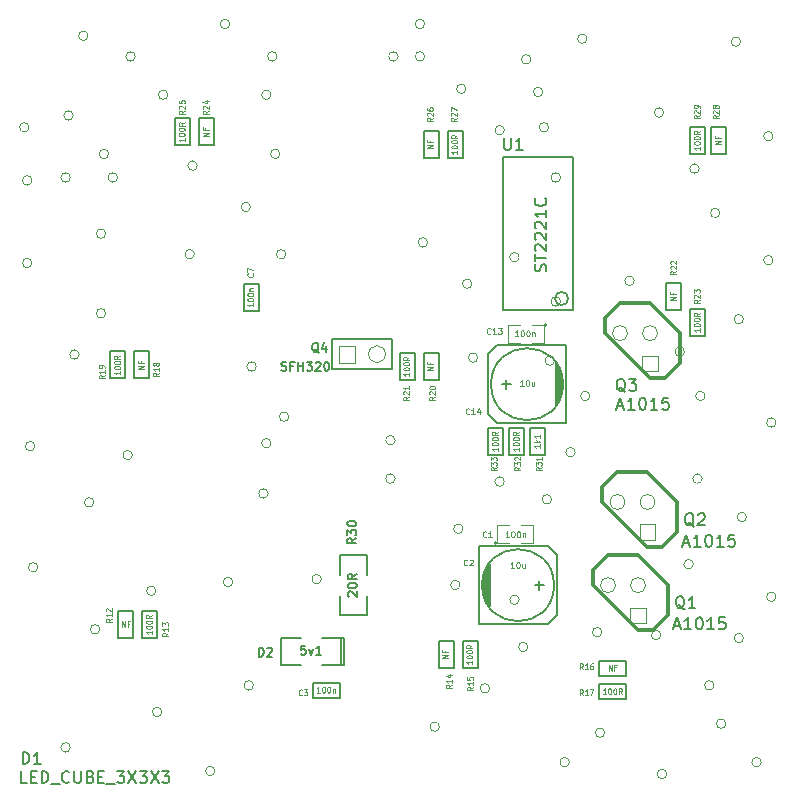
<source format=gto>
G04 (created by PCBNEW (2013-jul-07)-stable) date pon, 28 lis 2016, 06:01:28*
%MOIN*%
G04 Gerber Fmt 3.4, Leading zero omitted, Abs format*
%FSLAX34Y34*%
G01*
G70*
G90*
G04 APERTURE LIST*
%ADD10C,0.00393701*%
%ADD11C,0.012*%
%ADD12C,0.00590551*%
%ADD13C,0.005*%
%ADD14C,0.006*%
%ADD15C,0.0039*%
%ADD16C,0.008*%
%ADD17C,0.0055*%
%ADD18C,0.0051*%
%ADD19C,0.0045*%
%ADD20C,0.0047*%
%ADD21C,0.0043*%
G04 APERTURE END LIST*
G54D10*
G54D11*
X91800Y-42100D02*
X93300Y-43600D01*
X93300Y-43600D02*
X93800Y-43600D01*
X93800Y-43600D02*
X94300Y-43100D01*
X94300Y-43100D02*
X94300Y-42100D01*
X94300Y-42100D02*
X93300Y-41100D01*
X93300Y-41100D02*
X92300Y-41100D01*
X92300Y-41100D02*
X91800Y-41600D01*
X91800Y-41600D02*
X91800Y-42100D01*
X91716Y-47728D02*
X93216Y-49228D01*
X93216Y-49228D02*
X93716Y-49228D01*
X93716Y-49228D02*
X94216Y-48728D01*
X94216Y-48728D02*
X94216Y-47728D01*
X94216Y-47728D02*
X93216Y-46728D01*
X93216Y-46728D02*
X92216Y-46728D01*
X92216Y-46728D02*
X91716Y-47228D01*
X91716Y-47228D02*
X91716Y-47728D01*
X91400Y-50500D02*
X92900Y-52000D01*
X92900Y-52000D02*
X93400Y-52000D01*
X93400Y-52000D02*
X93900Y-51500D01*
X93900Y-51500D02*
X93900Y-50500D01*
X93900Y-50500D02*
X92900Y-49500D01*
X92900Y-49500D02*
X91900Y-49500D01*
X91900Y-49500D02*
X91400Y-50000D01*
X91400Y-50000D02*
X91400Y-50500D01*
G54D12*
X90748Y-41338D02*
X90748Y-41141D01*
X88385Y-41338D02*
X88385Y-41141D01*
X90574Y-40944D02*
G75*
G03X90574Y-40944I-220J0D01*
G74*
G01*
X88385Y-36220D02*
X90748Y-36220D01*
X90748Y-36220D02*
X90748Y-41141D01*
X90748Y-41338D02*
X88385Y-41338D01*
X88385Y-41141D02*
X88385Y-36220D01*
G54D13*
X83000Y-53150D02*
X83100Y-53150D01*
X83100Y-53150D02*
X83100Y-52250D01*
X83100Y-52250D02*
X83000Y-52250D01*
X83000Y-53150D02*
X83000Y-52250D01*
X83000Y-52250D02*
X82350Y-52250D01*
X81650Y-53150D02*
X81000Y-53150D01*
X81000Y-53150D02*
X81000Y-52250D01*
X81000Y-52250D02*
X81650Y-52250D01*
X82350Y-53150D02*
X83000Y-53150D01*
X82950Y-51500D02*
X83850Y-51500D01*
X83850Y-51500D02*
X83850Y-50850D01*
X82950Y-50150D02*
X82950Y-49500D01*
X82950Y-49500D02*
X83850Y-49500D01*
X83850Y-49500D02*
X83850Y-50150D01*
X82950Y-50850D02*
X82950Y-51500D01*
X87900Y-46150D02*
X87900Y-45250D01*
X87900Y-45250D02*
X88400Y-45250D01*
X88400Y-45250D02*
X88400Y-46150D01*
X88400Y-46150D02*
X87900Y-46150D01*
X88600Y-46150D02*
X88600Y-45250D01*
X88600Y-45250D02*
X89100Y-45250D01*
X89100Y-45250D02*
X89100Y-46150D01*
X89100Y-46150D02*
X88600Y-46150D01*
X89300Y-46150D02*
X89300Y-45250D01*
X89300Y-45250D02*
X89800Y-45250D01*
X89800Y-45250D02*
X89800Y-46150D01*
X89800Y-46150D02*
X89300Y-46150D01*
X87550Y-52350D02*
X87550Y-53250D01*
X87550Y-53250D02*
X87050Y-53250D01*
X87050Y-53250D02*
X87050Y-52350D01*
X87050Y-52350D02*
X87550Y-52350D01*
X82050Y-53750D02*
X82950Y-53750D01*
X82950Y-53750D02*
X82950Y-54250D01*
X82950Y-54250D02*
X82050Y-54250D01*
X82050Y-54250D02*
X82050Y-53750D01*
X86750Y-52350D02*
X86750Y-53250D01*
X86750Y-53250D02*
X86250Y-53250D01*
X86250Y-53250D02*
X86250Y-52350D01*
X86250Y-52350D02*
X86750Y-52350D01*
X76050Y-51350D02*
X76050Y-52250D01*
X76050Y-52250D02*
X75550Y-52250D01*
X75550Y-52250D02*
X75550Y-51350D01*
X75550Y-51350D02*
X76050Y-51350D01*
X75807Y-42709D02*
X75807Y-43609D01*
X75807Y-43609D02*
X75307Y-43609D01*
X75307Y-43609D02*
X75307Y-42709D01*
X75307Y-42709D02*
X75807Y-42709D01*
X91597Y-53805D02*
X92497Y-53805D01*
X92497Y-53805D02*
X92497Y-54305D01*
X92497Y-54305D02*
X91597Y-54305D01*
X91597Y-54305D02*
X91597Y-53805D01*
X76607Y-42709D02*
X76607Y-43609D01*
X76607Y-43609D02*
X76107Y-43609D01*
X76107Y-43609D02*
X76107Y-42709D01*
X76107Y-42709D02*
X76607Y-42709D01*
X91597Y-53017D02*
X92497Y-53017D01*
X92497Y-53017D02*
X92497Y-53517D01*
X92497Y-53517D02*
X91597Y-53517D01*
X91597Y-53517D02*
X91597Y-53017D01*
X76850Y-51350D02*
X76850Y-52250D01*
X76850Y-52250D02*
X76350Y-52250D01*
X76350Y-52250D02*
X76350Y-51350D01*
X76350Y-51350D02*
X76850Y-51350D01*
X95131Y-41282D02*
X95131Y-42182D01*
X95131Y-42182D02*
X94631Y-42182D01*
X94631Y-42182D02*
X94631Y-41282D01*
X94631Y-41282D02*
X95131Y-41282D01*
X85450Y-42750D02*
X85450Y-43650D01*
X85450Y-43650D02*
X84950Y-43650D01*
X84950Y-43650D02*
X84950Y-42750D01*
X84950Y-42750D02*
X85450Y-42750D01*
X94344Y-40416D02*
X94344Y-41316D01*
X94344Y-41316D02*
X93844Y-41316D01*
X93844Y-41316D02*
X93844Y-40416D01*
X93844Y-40416D02*
X94344Y-40416D01*
X86250Y-42750D02*
X86250Y-43650D01*
X86250Y-43650D02*
X85750Y-43650D01*
X85750Y-43650D02*
X85750Y-42750D01*
X85750Y-42750D02*
X86250Y-42750D01*
X77952Y-34937D02*
X77952Y-35837D01*
X77952Y-35837D02*
X77452Y-35837D01*
X77452Y-35837D02*
X77452Y-34937D01*
X77452Y-34937D02*
X77952Y-34937D01*
X86550Y-36250D02*
X86550Y-35350D01*
X86550Y-35350D02*
X87050Y-35350D01*
X87050Y-35350D02*
X87050Y-36250D01*
X87050Y-36250D02*
X86550Y-36250D01*
X85750Y-36250D02*
X85750Y-35350D01*
X85750Y-35350D02*
X86250Y-35350D01*
X86250Y-35350D02*
X86250Y-36250D01*
X86250Y-36250D02*
X85750Y-36250D01*
X78752Y-34937D02*
X78752Y-35837D01*
X78752Y-35837D02*
X78252Y-35837D01*
X78252Y-35837D02*
X78252Y-34937D01*
X78252Y-34937D02*
X78752Y-34937D01*
X95131Y-35219D02*
X95131Y-36119D01*
X95131Y-36119D02*
X94631Y-36119D01*
X94631Y-36119D02*
X94631Y-35219D01*
X94631Y-35219D02*
X95131Y-35219D01*
X95840Y-35219D02*
X95840Y-36119D01*
X95840Y-36119D02*
X95340Y-36119D01*
X95340Y-36119D02*
X95340Y-35219D01*
X95340Y-35219D02*
X95840Y-35219D01*
X79750Y-41350D02*
X79750Y-40450D01*
X79750Y-40450D02*
X80250Y-40450D01*
X80250Y-40450D02*
X80250Y-41350D01*
X80250Y-41350D02*
X79750Y-41350D01*
G54D14*
X82700Y-43300D02*
X82700Y-42300D01*
X82700Y-42300D02*
X84700Y-42300D01*
X84700Y-42300D02*
X84700Y-43300D01*
X84700Y-43300D02*
X82700Y-43300D01*
G54D13*
X90350Y-44100D02*
X90350Y-43500D01*
X90300Y-43350D02*
X90300Y-44250D01*
X90250Y-44350D02*
X90250Y-43250D01*
X90200Y-43150D02*
X90200Y-44450D01*
X90150Y-44500D02*
X90150Y-43100D01*
X90400Y-43800D02*
G75*
G03X90400Y-43800I-1200J0D01*
G74*
G01*
X90500Y-45100D02*
X90500Y-42500D01*
X90500Y-42500D02*
X88200Y-42500D01*
X88200Y-42500D02*
X87900Y-42800D01*
X87900Y-42800D02*
X87900Y-44800D01*
X87900Y-44800D02*
X88200Y-45100D01*
X88200Y-45100D02*
X90500Y-45100D01*
X88350Y-43800D02*
X88650Y-43800D01*
X88500Y-43950D02*
X88500Y-43650D01*
X87750Y-50200D02*
X87750Y-50800D01*
X87800Y-50950D02*
X87800Y-50050D01*
X87850Y-49950D02*
X87850Y-51050D01*
X87900Y-51150D02*
X87900Y-49850D01*
X87950Y-49800D02*
X87950Y-51200D01*
X90100Y-50500D02*
G75*
G03X90100Y-50500I-1200J0D01*
G74*
G01*
X87600Y-49200D02*
X87600Y-51800D01*
X87600Y-51800D02*
X89900Y-51800D01*
X89900Y-51800D02*
X90200Y-51500D01*
X90200Y-51500D02*
X90200Y-49500D01*
X90200Y-49500D02*
X89900Y-49200D01*
X89900Y-49200D02*
X87600Y-49200D01*
X89750Y-50500D02*
X89450Y-50500D01*
X89600Y-50350D02*
X89600Y-50650D01*
G54D15*
X88200Y-49100D02*
G75*
G03X88200Y-49100I-50J0D01*
G74*
G01*
X88600Y-49100D02*
X88200Y-49100D01*
X88200Y-49100D02*
X88200Y-48500D01*
X88200Y-48500D02*
X88600Y-48500D01*
X89000Y-48500D02*
X89400Y-48500D01*
X89400Y-48500D02*
X89400Y-49100D01*
X89400Y-49100D02*
X89000Y-49100D01*
X89873Y-41825D02*
G75*
G03X89873Y-41825I-50J0D01*
G74*
G01*
X89373Y-41825D02*
X89773Y-41825D01*
X89773Y-41825D02*
X89773Y-42425D01*
X89773Y-42425D02*
X89373Y-42425D01*
X88973Y-42425D02*
X88573Y-42425D01*
X88573Y-42425D02*
X88573Y-41825D01*
X88573Y-41825D02*
X88973Y-41825D01*
G54D10*
X93044Y-42844D02*
X93044Y-43355D01*
X93555Y-43355D01*
X93555Y-42844D01*
X93044Y-42844D01*
X93555Y-42100D02*
G75*
G03X93555Y-42100I-255J0D01*
G74*
G01*
X92555Y-42100D02*
G75*
G03X92555Y-42100I-255J0D01*
G74*
G01*
X92961Y-48473D02*
X92961Y-48983D01*
X93471Y-48983D01*
X93471Y-48473D01*
X92961Y-48473D01*
X93471Y-47728D02*
G75*
G03X93471Y-47728I-255J0D01*
G74*
G01*
X92471Y-47728D02*
G75*
G03X92471Y-47728I-255J0D01*
G74*
G01*
X92644Y-51244D02*
X92644Y-51755D01*
X93155Y-51755D01*
X93155Y-51244D01*
X92644Y-51244D01*
X93155Y-50500D02*
G75*
G03X93155Y-50500I-255J0D01*
G74*
G01*
X92155Y-50500D02*
G75*
G03X92155Y-50500I-255J0D01*
G74*
G01*
X82919Y-42519D02*
X82919Y-43080D01*
X83480Y-43080D01*
X83480Y-42519D01*
X82919Y-42519D01*
X84480Y-42800D02*
G75*
G03X84480Y-42800I-280J0D01*
G74*
G01*
X72696Y-37007D02*
G75*
G03X72696Y-37007I-157J0D01*
G74*
G01*
X72696Y-39763D02*
G75*
G03X72696Y-39763I-157J0D01*
G74*
G01*
X72795Y-45866D02*
G75*
G03X72795Y-45866I-157J0D01*
G74*
G01*
X74763Y-47736D02*
G75*
G03X74763Y-47736I-157J0D01*
G74*
G01*
X74960Y-51968D02*
G75*
G03X74960Y-51968I-157J0D01*
G74*
G01*
X76830Y-50688D02*
G75*
G03X76830Y-50688I-157J0D01*
G74*
G01*
X76043Y-46161D02*
G75*
G03X76043Y-46161I-157J0D01*
G74*
G01*
X74271Y-42814D02*
G75*
G03X74271Y-42814I-157J0D01*
G74*
G01*
X73976Y-36909D02*
G75*
G03X73976Y-36909I-157J0D01*
G74*
G01*
X72598Y-35236D02*
G75*
G03X72598Y-35236I-157J0D01*
G74*
G01*
X74074Y-34842D02*
G75*
G03X74074Y-34842I-157J0D01*
G74*
G01*
X76141Y-32874D02*
G75*
G03X76141Y-32874I-157J0D01*
G74*
G01*
X84901Y-32874D02*
G75*
G03X84901Y-32874I-157J0D01*
G74*
G01*
X80866Y-32874D02*
G75*
G03X80866Y-32874I-157J0D01*
G74*
G01*
X80669Y-34153D02*
G75*
G03X80669Y-34153I-157J0D01*
G74*
G01*
X77224Y-34153D02*
G75*
G03X77224Y-34153I-157J0D01*
G74*
G01*
X75255Y-36122D02*
G75*
G03X75255Y-36122I-157J0D01*
G74*
G01*
X74566Y-32185D02*
G75*
G03X74566Y-32185I-157J0D01*
G74*
G01*
X79291Y-31791D02*
G75*
G03X79291Y-31791I-157J0D01*
G74*
G01*
X85787Y-31791D02*
G75*
G03X85787Y-31791I-157J0D01*
G74*
G01*
X85787Y-32874D02*
G75*
G03X85787Y-32874I-157J0D01*
G74*
G01*
X89330Y-32972D02*
G75*
G03X89330Y-32972I-157J0D01*
G74*
G01*
X91200Y-32283D02*
G75*
G03X91200Y-32283I-157J0D01*
G74*
G01*
X93759Y-34744D02*
G75*
G03X93759Y-34744I-157J0D01*
G74*
G01*
X97401Y-35531D02*
G75*
G03X97401Y-35531I-157J0D01*
G74*
G01*
X95629Y-38090D02*
G75*
G03X95629Y-38090I-157J0D01*
G74*
G01*
X97401Y-39665D02*
G75*
G03X97401Y-39665I-157J0D01*
G74*
G01*
X97500Y-45078D02*
G75*
G03X97500Y-45078I-157J0D01*
G74*
G01*
X97500Y-50885D02*
G75*
G03X97500Y-50885I-157J0D01*
G74*
G01*
X97007Y-56397D02*
G75*
G03X97007Y-56397I-157J0D01*
G74*
G01*
X93858Y-56791D02*
G75*
G03X93858Y-56791I-157J0D01*
G74*
G01*
X90610Y-56397D02*
G75*
G03X90610Y-56397I-157J0D01*
G74*
G01*
X87952Y-53937D02*
G75*
G03X87952Y-53937I-157J0D01*
G74*
G01*
X89232Y-52559D02*
G75*
G03X89232Y-52559I-157J0D01*
G74*
G01*
X91692Y-52066D02*
G75*
G03X91692Y-52066I-157J0D01*
G74*
G01*
X93661Y-52165D02*
G75*
G03X93661Y-52165I-157J0D01*
G74*
G01*
X91791Y-55413D02*
G75*
G03X91791Y-55413I-157J0D01*
G74*
G01*
X95826Y-55118D02*
G75*
G03X95826Y-55118I-157J0D01*
G74*
G01*
X96417Y-52263D02*
G75*
G03X96417Y-52263I-157J0D01*
G74*
G01*
X96515Y-48228D02*
G75*
G03X96515Y-48228I-157J0D01*
G74*
G01*
X96417Y-41633D02*
G75*
G03X96417Y-41633I-157J0D01*
G74*
G01*
X95137Y-44192D02*
G75*
G03X95137Y-44192I-157J0D01*
G74*
G01*
X95039Y-46948D02*
G75*
G03X95039Y-46948I-157J0D01*
G74*
G01*
X94744Y-49803D02*
G75*
G03X94744Y-49803I-157J0D01*
G74*
G01*
X95433Y-53838D02*
G75*
G03X95433Y-53838I-157J0D01*
G74*
G01*
X86279Y-55216D02*
G75*
G03X86279Y-55216I-157J0D01*
G74*
G01*
X88937Y-50984D02*
G75*
G03X88937Y-50984I-157J0D01*
G74*
G01*
X87066Y-48622D02*
G75*
G03X87066Y-48622I-157J0D01*
G74*
G01*
X88444Y-47047D02*
G75*
G03X88444Y-47047I-157J0D01*
G74*
G01*
X90019Y-47637D02*
G75*
G03X90019Y-47637I-157J0D01*
G74*
G01*
X90807Y-46062D02*
G75*
G03X90807Y-46062I-157J0D01*
G74*
G01*
X91299Y-44192D02*
G75*
G03X91299Y-44192I-157J0D01*
G74*
G01*
X90118Y-43011D02*
G75*
G03X90118Y-43011I-157J0D01*
G74*
G01*
X92775Y-40354D02*
G75*
G03X92775Y-40354I-157J0D01*
G74*
G01*
X90314Y-41043D02*
G75*
G03X90314Y-41043I-157J0D01*
G74*
G01*
X88937Y-39566D02*
G75*
G03X88937Y-39566I-157J0D01*
G74*
G01*
X90314Y-36909D02*
G75*
G03X90314Y-36909I-157J0D01*
G74*
G01*
X89921Y-35236D02*
G75*
G03X89921Y-35236I-157J0D01*
G74*
G01*
X88444Y-35334D02*
G75*
G03X88444Y-35334I-157J0D01*
G74*
G01*
X89724Y-34055D02*
G75*
G03X89724Y-34055I-157J0D01*
G74*
G01*
X87165Y-33956D02*
G75*
G03X87165Y-33956I-157J0D01*
G74*
G01*
X80964Y-36122D02*
G75*
G03X80964Y-36122I-157J0D01*
G74*
G01*
X79980Y-37893D02*
G75*
G03X79980Y-37893I-157J0D01*
G74*
G01*
X81161Y-39468D02*
G75*
G03X81161Y-39468I-157J0D01*
G74*
G01*
X80669Y-45767D02*
G75*
G03X80669Y-45767I-157J0D01*
G74*
G01*
X80570Y-47440D02*
G75*
G03X80570Y-47440I-157J0D01*
G74*
G01*
X82342Y-50295D02*
G75*
G03X82342Y-50295I-157J0D01*
G74*
G01*
X79389Y-50393D02*
G75*
G03X79389Y-50393I-157J0D01*
G74*
G01*
X80078Y-53838D02*
G75*
G03X80078Y-53838I-157J0D01*
G74*
G01*
X78799Y-56692D02*
G75*
G03X78799Y-56692I-157J0D01*
G74*
G01*
X77027Y-54724D02*
G75*
G03X77027Y-54724I-157J0D01*
G74*
G01*
X73976Y-55905D02*
G75*
G03X73976Y-55905I-157J0D01*
G74*
G01*
X72893Y-49901D02*
G75*
G03X72893Y-49901I-157J0D01*
G74*
G01*
X78110Y-39468D02*
G75*
G03X78110Y-39468I-157J0D01*
G74*
G01*
X75551Y-36909D02*
G75*
G03X75551Y-36909I-157J0D01*
G74*
G01*
X75157Y-41437D02*
G75*
G03X75157Y-41437I-157J0D01*
G74*
G01*
X75157Y-38779D02*
G75*
G03X75157Y-38779I-157J0D01*
G74*
G01*
X80177Y-43208D02*
G75*
G03X80177Y-43208I-157J0D01*
G74*
G01*
X87559Y-42913D02*
G75*
G03X87559Y-42913I-157J0D01*
G74*
G01*
X87362Y-40452D02*
G75*
G03X87362Y-40452I-157J0D01*
G74*
G01*
X85885Y-39074D02*
G75*
G03X85885Y-39074I-157J0D01*
G74*
G01*
X96318Y-32381D02*
G75*
G03X96318Y-32381I-157J0D01*
G74*
G01*
X94940Y-36614D02*
G75*
G03X94940Y-36614I-157J0D01*
G74*
G01*
X81259Y-44881D02*
G75*
G03X81259Y-44881I-157J0D01*
G74*
G01*
X84803Y-45669D02*
G75*
G03X84803Y-45669I-157J0D01*
G74*
G01*
X84803Y-46948D02*
G75*
G03X84803Y-46948I-157J0D01*
G74*
G01*
X78208Y-36515D02*
G75*
G03X78208Y-36515I-157J0D01*
G74*
G01*
X94448Y-42716D02*
G75*
G03X94448Y-42716I-157J0D01*
G74*
G01*
X86968Y-50492D02*
G75*
G03X86968Y-50492I-157J0D01*
G74*
G01*
G54D16*
X92481Y-44058D02*
X92443Y-44039D01*
X92405Y-44001D01*
X92348Y-43943D01*
X92310Y-43924D01*
X92272Y-43924D01*
X92291Y-44020D02*
X92253Y-44001D01*
X92214Y-43963D01*
X92195Y-43886D01*
X92195Y-43753D01*
X92214Y-43677D01*
X92253Y-43639D01*
X92291Y-43620D01*
X92367Y-43620D01*
X92405Y-43639D01*
X92443Y-43677D01*
X92462Y-43753D01*
X92462Y-43886D01*
X92443Y-43963D01*
X92405Y-44001D01*
X92367Y-44020D01*
X92291Y-44020D01*
X92595Y-43620D02*
X92843Y-43620D01*
X92710Y-43772D01*
X92767Y-43772D01*
X92805Y-43791D01*
X92824Y-43810D01*
X92843Y-43848D01*
X92843Y-43943D01*
X92824Y-43982D01*
X92805Y-44001D01*
X92767Y-44020D01*
X92653Y-44020D01*
X92614Y-44001D01*
X92595Y-43982D01*
X92213Y-44535D02*
X92404Y-44535D01*
X92175Y-44650D02*
X92308Y-44250D01*
X92442Y-44650D01*
X92785Y-44650D02*
X92556Y-44650D01*
X92670Y-44650D02*
X92670Y-44250D01*
X92632Y-44307D01*
X92594Y-44345D01*
X92556Y-44364D01*
X93032Y-44250D02*
X93070Y-44250D01*
X93108Y-44269D01*
X93128Y-44288D01*
X93147Y-44326D01*
X93166Y-44402D01*
X93166Y-44497D01*
X93147Y-44573D01*
X93128Y-44611D01*
X93108Y-44631D01*
X93070Y-44650D01*
X93032Y-44650D01*
X92994Y-44631D01*
X92975Y-44611D01*
X92956Y-44573D01*
X92937Y-44497D01*
X92937Y-44402D01*
X92956Y-44326D01*
X92975Y-44288D01*
X92994Y-44269D01*
X93032Y-44250D01*
X93547Y-44650D02*
X93318Y-44650D01*
X93432Y-44650D02*
X93432Y-44250D01*
X93394Y-44307D01*
X93356Y-44345D01*
X93318Y-44364D01*
X93908Y-44250D02*
X93718Y-44250D01*
X93699Y-44440D01*
X93718Y-44421D01*
X93756Y-44402D01*
X93851Y-44402D01*
X93889Y-44421D01*
X93908Y-44440D01*
X93928Y-44478D01*
X93928Y-44573D01*
X93908Y-44611D01*
X93889Y-44631D01*
X93851Y-44650D01*
X93756Y-44650D01*
X93718Y-44631D01*
X93699Y-44611D01*
X94765Y-48546D02*
X94726Y-48527D01*
X94688Y-48489D01*
X94631Y-48432D01*
X94593Y-48413D01*
X94555Y-48413D01*
X94574Y-48508D02*
X94536Y-48489D01*
X94498Y-48451D01*
X94479Y-48375D01*
X94479Y-48241D01*
X94498Y-48165D01*
X94536Y-48127D01*
X94574Y-48108D01*
X94650Y-48108D01*
X94688Y-48127D01*
X94726Y-48165D01*
X94746Y-48241D01*
X94746Y-48375D01*
X94726Y-48451D01*
X94688Y-48489D01*
X94650Y-48508D01*
X94574Y-48508D01*
X94898Y-48146D02*
X94917Y-48127D01*
X94955Y-48108D01*
X95050Y-48108D01*
X95088Y-48127D01*
X95107Y-48146D01*
X95126Y-48184D01*
X95126Y-48222D01*
X95107Y-48279D01*
X94879Y-48508D01*
X95126Y-48508D01*
X94418Y-49102D02*
X94608Y-49102D01*
X94380Y-49217D02*
X94513Y-48817D01*
X94647Y-49217D01*
X94989Y-49217D02*
X94761Y-49217D01*
X94875Y-49217D02*
X94875Y-48817D01*
X94837Y-48874D01*
X94799Y-48912D01*
X94761Y-48931D01*
X95237Y-48817D02*
X95275Y-48817D01*
X95313Y-48836D01*
X95332Y-48855D01*
X95351Y-48893D01*
X95370Y-48969D01*
X95370Y-49064D01*
X95351Y-49140D01*
X95332Y-49178D01*
X95313Y-49197D01*
X95275Y-49217D01*
X95237Y-49217D01*
X95199Y-49197D01*
X95180Y-49178D01*
X95161Y-49140D01*
X95142Y-49064D01*
X95142Y-48969D01*
X95161Y-48893D01*
X95180Y-48855D01*
X95199Y-48836D01*
X95237Y-48817D01*
X95751Y-49217D02*
X95523Y-49217D01*
X95637Y-49217D02*
X95637Y-48817D01*
X95599Y-48874D01*
X95561Y-48912D01*
X95523Y-48931D01*
X96113Y-48817D02*
X95923Y-48817D01*
X95904Y-49007D01*
X95923Y-48988D01*
X95961Y-48969D01*
X96056Y-48969D01*
X96094Y-48988D01*
X96113Y-49007D01*
X96132Y-49045D01*
X96132Y-49140D01*
X96113Y-49178D01*
X96094Y-49197D01*
X96056Y-49217D01*
X95961Y-49217D01*
X95923Y-49197D01*
X95904Y-49178D01*
X94450Y-51302D02*
X94411Y-51283D01*
X94373Y-51245D01*
X94316Y-51188D01*
X94278Y-51169D01*
X94240Y-51169D01*
X94259Y-51264D02*
X94221Y-51245D01*
X94183Y-51207D01*
X94164Y-51130D01*
X94164Y-50997D01*
X94183Y-50921D01*
X94221Y-50883D01*
X94259Y-50864D01*
X94335Y-50864D01*
X94373Y-50883D01*
X94411Y-50921D01*
X94431Y-50997D01*
X94431Y-51130D01*
X94411Y-51207D01*
X94373Y-51245D01*
X94335Y-51264D01*
X94259Y-51264D01*
X94811Y-51264D02*
X94583Y-51264D01*
X94697Y-51264D02*
X94697Y-50864D01*
X94659Y-50921D01*
X94621Y-50959D01*
X94583Y-50978D01*
X94103Y-51858D02*
X94293Y-51858D01*
X94065Y-51972D02*
X94198Y-51572D01*
X94332Y-51972D01*
X94674Y-51972D02*
X94446Y-51972D01*
X94560Y-51972D02*
X94560Y-51572D01*
X94522Y-51630D01*
X94484Y-51668D01*
X94446Y-51687D01*
X94922Y-51572D02*
X94960Y-51572D01*
X94998Y-51591D01*
X95017Y-51611D01*
X95036Y-51649D01*
X95055Y-51725D01*
X95055Y-51820D01*
X95036Y-51896D01*
X95017Y-51934D01*
X94998Y-51953D01*
X94960Y-51972D01*
X94922Y-51972D01*
X94884Y-51953D01*
X94865Y-51934D01*
X94846Y-51896D01*
X94827Y-51820D01*
X94827Y-51725D01*
X94846Y-51649D01*
X94865Y-51611D01*
X94884Y-51591D01*
X94922Y-51572D01*
X95436Y-51972D02*
X95208Y-51972D01*
X95322Y-51972D02*
X95322Y-51572D01*
X95284Y-51630D01*
X95246Y-51668D01*
X95208Y-51687D01*
X95798Y-51572D02*
X95608Y-51572D01*
X95589Y-51763D01*
X95608Y-51744D01*
X95646Y-51725D01*
X95741Y-51725D01*
X95779Y-51744D01*
X95798Y-51763D01*
X95817Y-51801D01*
X95817Y-51896D01*
X95798Y-51934D01*
X95779Y-51953D01*
X95741Y-51972D01*
X95646Y-51972D01*
X95608Y-51953D01*
X95589Y-51934D01*
G54D17*
X88439Y-35592D02*
X88439Y-35911D01*
X88458Y-35948D01*
X88477Y-35967D01*
X88515Y-35986D01*
X88590Y-35986D01*
X88627Y-35967D01*
X88646Y-35948D01*
X88665Y-35911D01*
X88665Y-35592D01*
X89059Y-35986D02*
X88833Y-35986D01*
X88946Y-35986D02*
X88946Y-35592D01*
X88909Y-35648D01*
X88871Y-35686D01*
X88833Y-35704D01*
G54D18*
X89825Y-40029D02*
X89844Y-39972D01*
X89844Y-39878D01*
X89825Y-39841D01*
X89806Y-39822D01*
X89769Y-39803D01*
X89731Y-39803D01*
X89694Y-39822D01*
X89675Y-39841D01*
X89656Y-39878D01*
X89638Y-39953D01*
X89619Y-39991D01*
X89600Y-40010D01*
X89563Y-40029D01*
X89525Y-40029D01*
X89488Y-40010D01*
X89469Y-39991D01*
X89450Y-39953D01*
X89450Y-39860D01*
X89469Y-39803D01*
X89450Y-39691D02*
X89450Y-39466D01*
X89844Y-39578D02*
X89450Y-39578D01*
X89488Y-39353D02*
X89469Y-39334D01*
X89450Y-39297D01*
X89450Y-39203D01*
X89469Y-39165D01*
X89488Y-39147D01*
X89525Y-39128D01*
X89563Y-39128D01*
X89619Y-39147D01*
X89844Y-39372D01*
X89844Y-39128D01*
X89488Y-38978D02*
X89469Y-38959D01*
X89450Y-38922D01*
X89450Y-38828D01*
X89469Y-38790D01*
X89488Y-38771D01*
X89525Y-38753D01*
X89563Y-38753D01*
X89619Y-38771D01*
X89844Y-38997D01*
X89844Y-38753D01*
X89488Y-38603D02*
X89469Y-38584D01*
X89450Y-38546D01*
X89450Y-38453D01*
X89469Y-38415D01*
X89488Y-38396D01*
X89525Y-38377D01*
X89563Y-38377D01*
X89619Y-38396D01*
X89844Y-38621D01*
X89844Y-38377D01*
X89844Y-38002D02*
X89844Y-38227D01*
X89844Y-38115D02*
X89450Y-38115D01*
X89506Y-38152D01*
X89544Y-38190D01*
X89563Y-38227D01*
X89806Y-37608D02*
X89825Y-37627D01*
X89844Y-37683D01*
X89844Y-37721D01*
X89825Y-37777D01*
X89788Y-37815D01*
X89750Y-37833D01*
X89675Y-37852D01*
X89619Y-37852D01*
X89544Y-37833D01*
X89506Y-37815D01*
X89469Y-37777D01*
X89450Y-37721D01*
X89450Y-37683D01*
X89469Y-37627D01*
X89488Y-37608D01*
G54D13*
X80251Y-52877D02*
X80251Y-52577D01*
X80322Y-52577D01*
X80365Y-52591D01*
X80393Y-52620D01*
X80408Y-52648D01*
X80422Y-52705D01*
X80422Y-52748D01*
X80408Y-52805D01*
X80393Y-52834D01*
X80365Y-52863D01*
X80322Y-52877D01*
X80251Y-52877D01*
X80536Y-52605D02*
X80551Y-52591D01*
X80579Y-52577D01*
X80651Y-52577D01*
X80679Y-52591D01*
X80693Y-52605D01*
X80708Y-52634D01*
X80708Y-52663D01*
X80693Y-52705D01*
X80522Y-52877D01*
X80708Y-52877D01*
X81814Y-52521D02*
X81671Y-52521D01*
X81657Y-52664D01*
X81671Y-52650D01*
X81700Y-52635D01*
X81771Y-52635D01*
X81800Y-52650D01*
X81814Y-52664D01*
X81828Y-52692D01*
X81828Y-52764D01*
X81814Y-52792D01*
X81800Y-52807D01*
X81771Y-52821D01*
X81700Y-52821D01*
X81671Y-52807D01*
X81657Y-52792D01*
X81928Y-52621D02*
X82000Y-52821D01*
X82071Y-52621D01*
X82342Y-52821D02*
X82171Y-52821D01*
X82257Y-52821D02*
X82257Y-52521D01*
X82228Y-52564D01*
X82200Y-52592D01*
X82171Y-52607D01*
X83507Y-48933D02*
X83364Y-49033D01*
X83507Y-49104D02*
X83207Y-49104D01*
X83207Y-48990D01*
X83221Y-48961D01*
X83235Y-48947D01*
X83264Y-48933D01*
X83307Y-48933D01*
X83335Y-48947D01*
X83350Y-48961D01*
X83364Y-48990D01*
X83364Y-49104D01*
X83207Y-48833D02*
X83207Y-48647D01*
X83321Y-48747D01*
X83321Y-48704D01*
X83335Y-48675D01*
X83350Y-48661D01*
X83378Y-48647D01*
X83450Y-48647D01*
X83478Y-48661D01*
X83492Y-48675D01*
X83507Y-48704D01*
X83507Y-48790D01*
X83492Y-48818D01*
X83478Y-48833D01*
X83207Y-48461D02*
X83207Y-48433D01*
X83221Y-48404D01*
X83235Y-48390D01*
X83264Y-48375D01*
X83321Y-48361D01*
X83392Y-48361D01*
X83450Y-48375D01*
X83478Y-48390D01*
X83492Y-48404D01*
X83507Y-48433D01*
X83507Y-48461D01*
X83492Y-48490D01*
X83478Y-48504D01*
X83450Y-48518D01*
X83392Y-48533D01*
X83321Y-48533D01*
X83264Y-48518D01*
X83235Y-48504D01*
X83221Y-48490D01*
X83207Y-48461D01*
X83250Y-50878D02*
X83235Y-50864D01*
X83221Y-50835D01*
X83221Y-50764D01*
X83235Y-50735D01*
X83250Y-50721D01*
X83278Y-50707D01*
X83307Y-50707D01*
X83350Y-50721D01*
X83521Y-50892D01*
X83521Y-50707D01*
X83221Y-50521D02*
X83221Y-50492D01*
X83235Y-50464D01*
X83250Y-50450D01*
X83278Y-50435D01*
X83335Y-50421D01*
X83407Y-50421D01*
X83464Y-50435D01*
X83492Y-50450D01*
X83507Y-50464D01*
X83521Y-50492D01*
X83521Y-50521D01*
X83507Y-50550D01*
X83492Y-50564D01*
X83464Y-50578D01*
X83407Y-50592D01*
X83335Y-50592D01*
X83278Y-50578D01*
X83250Y-50564D01*
X83235Y-50550D01*
X83221Y-50521D01*
X83521Y-50121D02*
X83378Y-50221D01*
X83521Y-50292D02*
X83221Y-50292D01*
X83221Y-50178D01*
X83235Y-50150D01*
X83250Y-50135D01*
X83278Y-50121D01*
X83321Y-50121D01*
X83350Y-50135D01*
X83364Y-50150D01*
X83378Y-50178D01*
X83378Y-50292D01*
G54D19*
X88191Y-46572D02*
X88095Y-46632D01*
X88191Y-46675D02*
X87991Y-46675D01*
X87991Y-46606D01*
X88000Y-46589D01*
X88010Y-46580D01*
X88029Y-46572D01*
X88057Y-46572D01*
X88076Y-46580D01*
X88086Y-46589D01*
X88095Y-46606D01*
X88095Y-46675D01*
X87991Y-46512D02*
X87991Y-46400D01*
X88067Y-46460D01*
X88067Y-46435D01*
X88076Y-46418D01*
X88086Y-46409D01*
X88105Y-46400D01*
X88153Y-46400D01*
X88172Y-46409D01*
X88181Y-46418D01*
X88191Y-46435D01*
X88191Y-46486D01*
X88181Y-46503D01*
X88172Y-46512D01*
X87991Y-46340D02*
X87991Y-46229D01*
X88067Y-46289D01*
X88067Y-46263D01*
X88076Y-46246D01*
X88086Y-46238D01*
X88105Y-46229D01*
X88153Y-46229D01*
X88172Y-46238D01*
X88181Y-46246D01*
X88191Y-46263D01*
X88191Y-46315D01*
X88181Y-46332D01*
X88172Y-46340D01*
X88230Y-45910D02*
X88230Y-46012D01*
X88230Y-45961D02*
X88030Y-45961D01*
X88059Y-45978D01*
X88078Y-45995D01*
X88088Y-46012D01*
X88030Y-45798D02*
X88030Y-45781D01*
X88040Y-45764D01*
X88050Y-45755D01*
X88069Y-45747D01*
X88107Y-45738D01*
X88154Y-45738D01*
X88192Y-45747D01*
X88211Y-45755D01*
X88221Y-45764D01*
X88230Y-45781D01*
X88230Y-45798D01*
X88221Y-45815D01*
X88211Y-45824D01*
X88192Y-45832D01*
X88154Y-45841D01*
X88107Y-45841D01*
X88069Y-45832D01*
X88050Y-45824D01*
X88040Y-45815D01*
X88030Y-45798D01*
X88030Y-45627D02*
X88030Y-45609D01*
X88040Y-45592D01*
X88050Y-45584D01*
X88069Y-45575D01*
X88107Y-45567D01*
X88154Y-45567D01*
X88192Y-45575D01*
X88211Y-45584D01*
X88221Y-45592D01*
X88230Y-45609D01*
X88230Y-45627D01*
X88221Y-45644D01*
X88211Y-45652D01*
X88192Y-45661D01*
X88154Y-45669D01*
X88107Y-45669D01*
X88069Y-45661D01*
X88050Y-45652D01*
X88040Y-45644D01*
X88030Y-45627D01*
X88230Y-45387D02*
X88135Y-45447D01*
X88230Y-45489D02*
X88030Y-45489D01*
X88030Y-45421D01*
X88040Y-45404D01*
X88050Y-45395D01*
X88069Y-45387D01*
X88097Y-45387D01*
X88116Y-45395D01*
X88126Y-45404D01*
X88135Y-45421D01*
X88135Y-45489D01*
X88978Y-46572D02*
X88883Y-46632D01*
X88978Y-46675D02*
X88778Y-46675D01*
X88778Y-46606D01*
X88788Y-46589D01*
X88797Y-46580D01*
X88816Y-46572D01*
X88845Y-46572D01*
X88864Y-46580D01*
X88873Y-46589D01*
X88883Y-46606D01*
X88883Y-46675D01*
X88778Y-46512D02*
X88778Y-46400D01*
X88854Y-46460D01*
X88854Y-46435D01*
X88864Y-46418D01*
X88873Y-46409D01*
X88892Y-46400D01*
X88940Y-46400D01*
X88959Y-46409D01*
X88969Y-46418D01*
X88978Y-46435D01*
X88978Y-46486D01*
X88969Y-46503D01*
X88959Y-46512D01*
X88797Y-46332D02*
X88788Y-46323D01*
X88778Y-46306D01*
X88778Y-46263D01*
X88788Y-46246D01*
X88797Y-46238D01*
X88816Y-46229D01*
X88835Y-46229D01*
X88864Y-46238D01*
X88978Y-46340D01*
X88978Y-46229D01*
X88930Y-45910D02*
X88930Y-46012D01*
X88930Y-45961D02*
X88730Y-45961D01*
X88759Y-45978D01*
X88778Y-45995D01*
X88788Y-46012D01*
X88730Y-45798D02*
X88730Y-45781D01*
X88740Y-45764D01*
X88750Y-45755D01*
X88769Y-45747D01*
X88807Y-45738D01*
X88854Y-45738D01*
X88892Y-45747D01*
X88911Y-45755D01*
X88921Y-45764D01*
X88930Y-45781D01*
X88930Y-45798D01*
X88921Y-45815D01*
X88911Y-45824D01*
X88892Y-45832D01*
X88854Y-45841D01*
X88807Y-45841D01*
X88769Y-45832D01*
X88750Y-45824D01*
X88740Y-45815D01*
X88730Y-45798D01*
X88730Y-45627D02*
X88730Y-45609D01*
X88740Y-45592D01*
X88750Y-45584D01*
X88769Y-45575D01*
X88807Y-45567D01*
X88854Y-45567D01*
X88892Y-45575D01*
X88911Y-45584D01*
X88921Y-45592D01*
X88930Y-45609D01*
X88930Y-45627D01*
X88921Y-45644D01*
X88911Y-45652D01*
X88892Y-45661D01*
X88854Y-45669D01*
X88807Y-45669D01*
X88769Y-45661D01*
X88750Y-45652D01*
X88740Y-45644D01*
X88730Y-45627D01*
X88930Y-45387D02*
X88835Y-45447D01*
X88930Y-45489D02*
X88730Y-45489D01*
X88730Y-45421D01*
X88740Y-45404D01*
X88750Y-45395D01*
X88769Y-45387D01*
X88797Y-45387D01*
X88816Y-45395D01*
X88826Y-45404D01*
X88835Y-45421D01*
X88835Y-45489D01*
X89687Y-46572D02*
X89592Y-46632D01*
X89687Y-46675D02*
X89487Y-46675D01*
X89487Y-46606D01*
X89496Y-46589D01*
X89506Y-46580D01*
X89525Y-46572D01*
X89553Y-46572D01*
X89572Y-46580D01*
X89582Y-46589D01*
X89592Y-46606D01*
X89592Y-46675D01*
X89487Y-46512D02*
X89487Y-46400D01*
X89563Y-46460D01*
X89563Y-46435D01*
X89572Y-46418D01*
X89582Y-46409D01*
X89601Y-46400D01*
X89649Y-46400D01*
X89668Y-46409D01*
X89677Y-46418D01*
X89687Y-46435D01*
X89687Y-46486D01*
X89677Y-46503D01*
X89668Y-46512D01*
X89687Y-46229D02*
X89687Y-46332D01*
X89687Y-46280D02*
X89487Y-46280D01*
X89515Y-46298D01*
X89534Y-46315D01*
X89544Y-46332D01*
X89630Y-45807D02*
X89630Y-45910D01*
X89630Y-45858D02*
X89430Y-45858D01*
X89459Y-45875D01*
X89478Y-45892D01*
X89488Y-45910D01*
X89630Y-45730D02*
X89430Y-45730D01*
X89554Y-45712D02*
X89630Y-45661D01*
X89497Y-45661D02*
X89573Y-45730D01*
X89630Y-45490D02*
X89630Y-45592D01*
X89630Y-45541D02*
X89430Y-45541D01*
X89459Y-45558D01*
X89478Y-45575D01*
X89488Y-45592D01*
X87403Y-53895D02*
X87308Y-53955D01*
X87403Y-53998D02*
X87203Y-53998D01*
X87203Y-53929D01*
X87213Y-53912D01*
X87222Y-53903D01*
X87241Y-53895D01*
X87270Y-53895D01*
X87289Y-53903D01*
X87299Y-53912D01*
X87308Y-53929D01*
X87308Y-53998D01*
X87403Y-53723D02*
X87403Y-53826D01*
X87403Y-53775D02*
X87203Y-53775D01*
X87232Y-53792D01*
X87251Y-53809D01*
X87260Y-53826D01*
X87203Y-53560D02*
X87203Y-53646D01*
X87299Y-53655D01*
X87289Y-53646D01*
X87279Y-53629D01*
X87279Y-53586D01*
X87289Y-53569D01*
X87299Y-53560D01*
X87318Y-53552D01*
X87365Y-53552D01*
X87384Y-53560D01*
X87394Y-53569D01*
X87403Y-53586D01*
X87403Y-53629D01*
X87394Y-53646D01*
X87384Y-53655D01*
X87380Y-53010D02*
X87380Y-53112D01*
X87380Y-53061D02*
X87180Y-53061D01*
X87209Y-53078D01*
X87228Y-53095D01*
X87238Y-53112D01*
X87180Y-52898D02*
X87180Y-52881D01*
X87190Y-52864D01*
X87200Y-52855D01*
X87219Y-52847D01*
X87257Y-52838D01*
X87304Y-52838D01*
X87342Y-52847D01*
X87361Y-52855D01*
X87371Y-52864D01*
X87380Y-52881D01*
X87380Y-52898D01*
X87371Y-52915D01*
X87361Y-52924D01*
X87342Y-52932D01*
X87304Y-52941D01*
X87257Y-52941D01*
X87219Y-52932D01*
X87200Y-52924D01*
X87190Y-52915D01*
X87180Y-52898D01*
X87180Y-52727D02*
X87180Y-52709D01*
X87190Y-52692D01*
X87200Y-52684D01*
X87219Y-52675D01*
X87257Y-52667D01*
X87304Y-52667D01*
X87342Y-52675D01*
X87361Y-52684D01*
X87371Y-52692D01*
X87380Y-52709D01*
X87380Y-52727D01*
X87371Y-52744D01*
X87361Y-52752D01*
X87342Y-52761D01*
X87304Y-52769D01*
X87257Y-52769D01*
X87219Y-52761D01*
X87200Y-52752D01*
X87190Y-52744D01*
X87180Y-52727D01*
X87380Y-52487D02*
X87285Y-52547D01*
X87380Y-52589D02*
X87180Y-52589D01*
X87180Y-52521D01*
X87190Y-52504D01*
X87200Y-52495D01*
X87219Y-52487D01*
X87247Y-52487D01*
X87266Y-52495D01*
X87276Y-52504D01*
X87285Y-52521D01*
X87285Y-52589D01*
X81702Y-54156D02*
X81693Y-54165D01*
X81667Y-54175D01*
X81650Y-54175D01*
X81625Y-54165D01*
X81607Y-54146D01*
X81599Y-54127D01*
X81590Y-54089D01*
X81590Y-54061D01*
X81599Y-54023D01*
X81607Y-54004D01*
X81625Y-53984D01*
X81650Y-53975D01*
X81667Y-53975D01*
X81693Y-53984D01*
X81702Y-53994D01*
X81762Y-53975D02*
X81873Y-53975D01*
X81813Y-54051D01*
X81839Y-54051D01*
X81856Y-54061D01*
X81865Y-54070D01*
X81873Y-54089D01*
X81873Y-54137D01*
X81865Y-54156D01*
X81856Y-54165D01*
X81839Y-54175D01*
X81787Y-54175D01*
X81770Y-54165D01*
X81762Y-54156D01*
X82298Y-54080D02*
X82195Y-54080D01*
X82247Y-54080D02*
X82247Y-53880D01*
X82229Y-53909D01*
X82212Y-53928D01*
X82195Y-53938D01*
X82410Y-53880D02*
X82427Y-53880D01*
X82444Y-53890D01*
X82452Y-53900D01*
X82461Y-53919D01*
X82470Y-53957D01*
X82470Y-54004D01*
X82461Y-54042D01*
X82452Y-54061D01*
X82444Y-54071D01*
X82427Y-54080D01*
X82410Y-54080D01*
X82392Y-54071D01*
X82384Y-54061D01*
X82375Y-54042D01*
X82367Y-54004D01*
X82367Y-53957D01*
X82375Y-53919D01*
X82384Y-53900D01*
X82392Y-53890D01*
X82410Y-53880D01*
X82581Y-53880D02*
X82598Y-53880D01*
X82615Y-53890D01*
X82624Y-53900D01*
X82632Y-53919D01*
X82641Y-53957D01*
X82641Y-54004D01*
X82632Y-54042D01*
X82624Y-54061D01*
X82615Y-54071D01*
X82598Y-54080D01*
X82581Y-54080D01*
X82564Y-54071D01*
X82555Y-54061D01*
X82547Y-54042D01*
X82538Y-54004D01*
X82538Y-53957D01*
X82547Y-53919D01*
X82555Y-53900D01*
X82564Y-53890D01*
X82581Y-53880D01*
X82718Y-53947D02*
X82718Y-54080D01*
X82718Y-53966D02*
X82727Y-53957D01*
X82744Y-53947D01*
X82770Y-53947D01*
X82787Y-53957D01*
X82795Y-53976D01*
X82795Y-54080D01*
X86695Y-53816D02*
X86599Y-53876D01*
X86695Y-53919D02*
X86495Y-53919D01*
X86495Y-53850D01*
X86504Y-53833D01*
X86514Y-53825D01*
X86533Y-53816D01*
X86561Y-53816D01*
X86580Y-53825D01*
X86590Y-53833D01*
X86599Y-53850D01*
X86599Y-53919D01*
X86695Y-53645D02*
X86695Y-53747D01*
X86695Y-53696D02*
X86495Y-53696D01*
X86523Y-53713D01*
X86542Y-53730D01*
X86552Y-53747D01*
X86561Y-53490D02*
X86695Y-53490D01*
X86485Y-53533D02*
X86628Y-53576D01*
X86628Y-53465D01*
X86580Y-52928D02*
X86380Y-52928D01*
X86580Y-52825D01*
X86380Y-52825D01*
X86476Y-52680D02*
X86476Y-52740D01*
X86580Y-52740D02*
X86380Y-52740D01*
X86380Y-52654D01*
X75356Y-51611D02*
X75261Y-51671D01*
X75356Y-51714D02*
X75156Y-51714D01*
X75156Y-51646D01*
X75166Y-51628D01*
X75175Y-51620D01*
X75194Y-51611D01*
X75223Y-51611D01*
X75242Y-51620D01*
X75251Y-51628D01*
X75261Y-51646D01*
X75261Y-51714D01*
X75356Y-51440D02*
X75356Y-51543D01*
X75356Y-51491D02*
X75156Y-51491D01*
X75185Y-51508D01*
X75204Y-51526D01*
X75213Y-51543D01*
X75175Y-51371D02*
X75166Y-51363D01*
X75156Y-51346D01*
X75156Y-51303D01*
X75166Y-51286D01*
X75175Y-51277D01*
X75194Y-51268D01*
X75213Y-51268D01*
X75242Y-51277D01*
X75356Y-51380D01*
X75356Y-51268D01*
X75698Y-51891D02*
X75698Y-51691D01*
X75801Y-51891D01*
X75801Y-51691D01*
X75946Y-51787D02*
X75886Y-51787D01*
X75886Y-51891D02*
X75886Y-51691D01*
X75972Y-51691D01*
X75120Y-43501D02*
X75025Y-43561D01*
X75120Y-43604D02*
X74920Y-43604D01*
X74920Y-43535D01*
X74929Y-43518D01*
X74939Y-43510D01*
X74958Y-43501D01*
X74986Y-43501D01*
X75006Y-43510D01*
X75015Y-43518D01*
X75025Y-43535D01*
X75025Y-43604D01*
X75120Y-43330D02*
X75120Y-43432D01*
X75120Y-43381D02*
X74920Y-43381D01*
X74948Y-43398D01*
X74967Y-43415D01*
X74977Y-43432D01*
X75120Y-43244D02*
X75120Y-43210D01*
X75110Y-43192D01*
X75101Y-43184D01*
X75072Y-43167D01*
X75034Y-43158D01*
X74958Y-43158D01*
X74939Y-43167D01*
X74929Y-43175D01*
X74920Y-43192D01*
X74920Y-43227D01*
X74929Y-43244D01*
X74939Y-43252D01*
X74958Y-43261D01*
X75006Y-43261D01*
X75025Y-43252D01*
X75034Y-43244D01*
X75044Y-43227D01*
X75044Y-43192D01*
X75034Y-43175D01*
X75025Y-43167D01*
X75006Y-43158D01*
X75638Y-43369D02*
X75638Y-43471D01*
X75638Y-43420D02*
X75438Y-43420D01*
X75467Y-43437D01*
X75486Y-43454D01*
X75495Y-43471D01*
X75438Y-43257D02*
X75438Y-43240D01*
X75447Y-43223D01*
X75457Y-43214D01*
X75476Y-43206D01*
X75514Y-43197D01*
X75562Y-43197D01*
X75600Y-43206D01*
X75619Y-43214D01*
X75628Y-43223D01*
X75638Y-43240D01*
X75638Y-43257D01*
X75628Y-43274D01*
X75619Y-43283D01*
X75600Y-43291D01*
X75562Y-43300D01*
X75514Y-43300D01*
X75476Y-43291D01*
X75457Y-43283D01*
X75447Y-43274D01*
X75438Y-43257D01*
X75438Y-43086D02*
X75438Y-43069D01*
X75447Y-43051D01*
X75457Y-43043D01*
X75476Y-43034D01*
X75514Y-43026D01*
X75562Y-43026D01*
X75600Y-43034D01*
X75619Y-43043D01*
X75628Y-43051D01*
X75638Y-43069D01*
X75638Y-43086D01*
X75628Y-43103D01*
X75619Y-43111D01*
X75600Y-43120D01*
X75562Y-43129D01*
X75514Y-43129D01*
X75476Y-43120D01*
X75457Y-43111D01*
X75447Y-43103D01*
X75438Y-43086D01*
X75638Y-42846D02*
X75543Y-42906D01*
X75638Y-42949D02*
X75438Y-42949D01*
X75438Y-42880D01*
X75447Y-42863D01*
X75457Y-42854D01*
X75476Y-42846D01*
X75505Y-42846D01*
X75524Y-42854D01*
X75533Y-42863D01*
X75543Y-42880D01*
X75543Y-42949D01*
X91065Y-54175D02*
X91005Y-54080D01*
X90962Y-54175D02*
X90962Y-53975D01*
X91031Y-53975D01*
X91048Y-53984D01*
X91056Y-53994D01*
X91065Y-54013D01*
X91065Y-54042D01*
X91056Y-54061D01*
X91048Y-54070D01*
X91031Y-54080D01*
X90962Y-54080D01*
X91236Y-54175D02*
X91133Y-54175D01*
X91185Y-54175D02*
X91185Y-53975D01*
X91168Y-54004D01*
X91151Y-54023D01*
X91133Y-54032D01*
X91296Y-53975D02*
X91416Y-53975D01*
X91339Y-54175D01*
X91837Y-54136D02*
X91734Y-54136D01*
X91785Y-54136D02*
X91785Y-53936D01*
X91768Y-53964D01*
X91751Y-53983D01*
X91734Y-53993D01*
X91948Y-53936D02*
X91965Y-53936D01*
X91982Y-53945D01*
X91991Y-53955D01*
X92000Y-53974D01*
X92008Y-54012D01*
X92008Y-54059D01*
X92000Y-54097D01*
X91991Y-54117D01*
X91982Y-54126D01*
X91965Y-54136D01*
X91948Y-54136D01*
X91931Y-54126D01*
X91922Y-54117D01*
X91914Y-54097D01*
X91905Y-54059D01*
X91905Y-54012D01*
X91914Y-53974D01*
X91922Y-53955D01*
X91931Y-53945D01*
X91948Y-53936D01*
X92120Y-53936D02*
X92137Y-53936D01*
X92154Y-53945D01*
X92162Y-53955D01*
X92171Y-53974D01*
X92180Y-54012D01*
X92180Y-54059D01*
X92171Y-54097D01*
X92162Y-54117D01*
X92154Y-54126D01*
X92137Y-54136D01*
X92120Y-54136D01*
X92102Y-54126D01*
X92094Y-54117D01*
X92085Y-54097D01*
X92077Y-54059D01*
X92077Y-54012D01*
X92085Y-53974D01*
X92094Y-53955D01*
X92102Y-53945D01*
X92120Y-53936D01*
X92360Y-54136D02*
X92300Y-54040D01*
X92257Y-54136D02*
X92257Y-53936D01*
X92325Y-53936D01*
X92342Y-53945D01*
X92351Y-53955D01*
X92360Y-53974D01*
X92360Y-54002D01*
X92351Y-54021D01*
X92342Y-54031D01*
X92325Y-54040D01*
X92257Y-54040D01*
X76931Y-43422D02*
X76836Y-43482D01*
X76931Y-43525D02*
X76731Y-43525D01*
X76731Y-43457D01*
X76740Y-43439D01*
X76750Y-43431D01*
X76769Y-43422D01*
X76798Y-43422D01*
X76817Y-43431D01*
X76826Y-43439D01*
X76836Y-43457D01*
X76836Y-43525D01*
X76931Y-43251D02*
X76931Y-43354D01*
X76931Y-43302D02*
X76731Y-43302D01*
X76759Y-43319D01*
X76778Y-43337D01*
X76788Y-43354D01*
X76817Y-43148D02*
X76807Y-43165D01*
X76798Y-43174D01*
X76778Y-43182D01*
X76769Y-43182D01*
X76750Y-43174D01*
X76740Y-43165D01*
X76731Y-43148D01*
X76731Y-43114D01*
X76740Y-43097D01*
X76750Y-43088D01*
X76769Y-43079D01*
X76778Y-43079D01*
X76798Y-43088D01*
X76807Y-43097D01*
X76817Y-43114D01*
X76817Y-43148D01*
X76826Y-43165D01*
X76836Y-43174D01*
X76855Y-43182D01*
X76893Y-43182D01*
X76912Y-43174D01*
X76921Y-43165D01*
X76931Y-43148D01*
X76931Y-43114D01*
X76921Y-43097D01*
X76912Y-43088D01*
X76893Y-43079D01*
X76855Y-43079D01*
X76836Y-43088D01*
X76826Y-43097D01*
X76817Y-43114D01*
X76438Y-43287D02*
X76238Y-43287D01*
X76438Y-43184D01*
X76238Y-43184D01*
X76333Y-43039D02*
X76333Y-43099D01*
X76438Y-43099D02*
X76238Y-43099D01*
X76238Y-43013D01*
X91065Y-53309D02*
X91005Y-53214D01*
X90962Y-53309D02*
X90962Y-53109D01*
X91031Y-53109D01*
X91048Y-53118D01*
X91056Y-53128D01*
X91065Y-53147D01*
X91065Y-53175D01*
X91056Y-53195D01*
X91048Y-53204D01*
X91031Y-53214D01*
X90962Y-53214D01*
X91236Y-53309D02*
X91133Y-53309D01*
X91185Y-53309D02*
X91185Y-53109D01*
X91168Y-53137D01*
X91151Y-53156D01*
X91133Y-53166D01*
X91391Y-53109D02*
X91356Y-53109D01*
X91339Y-53118D01*
X91331Y-53128D01*
X91313Y-53156D01*
X91305Y-53195D01*
X91305Y-53271D01*
X91313Y-53290D01*
X91322Y-53299D01*
X91339Y-53309D01*
X91373Y-53309D01*
X91391Y-53299D01*
X91399Y-53290D01*
X91408Y-53271D01*
X91408Y-53223D01*
X91399Y-53204D01*
X91391Y-53195D01*
X91373Y-53185D01*
X91339Y-53185D01*
X91322Y-53195D01*
X91313Y-53204D01*
X91305Y-53223D01*
X91918Y-53348D02*
X91918Y-53148D01*
X92021Y-53348D01*
X92021Y-53148D01*
X92167Y-53243D02*
X92107Y-53243D01*
X92107Y-53348D02*
X92107Y-53148D01*
X92192Y-53148D01*
X77246Y-52084D02*
X77151Y-52144D01*
X77246Y-52187D02*
X77046Y-52187D01*
X77046Y-52118D01*
X77055Y-52101D01*
X77065Y-52092D01*
X77084Y-52084D01*
X77112Y-52084D01*
X77132Y-52092D01*
X77141Y-52101D01*
X77151Y-52118D01*
X77151Y-52187D01*
X77246Y-51912D02*
X77246Y-52015D01*
X77246Y-51964D02*
X77046Y-51964D01*
X77074Y-51981D01*
X77093Y-51998D01*
X77103Y-52015D01*
X77046Y-51852D02*
X77046Y-51741D01*
X77122Y-51801D01*
X77122Y-51775D01*
X77132Y-51758D01*
X77141Y-51749D01*
X77160Y-51741D01*
X77208Y-51741D01*
X77227Y-51749D01*
X77236Y-51758D01*
X77246Y-51775D01*
X77246Y-51827D01*
X77236Y-51844D01*
X77227Y-51852D01*
X76695Y-52021D02*
X76695Y-52123D01*
X76695Y-52072D02*
X76495Y-52072D01*
X76523Y-52089D01*
X76542Y-52106D01*
X76552Y-52123D01*
X76495Y-51909D02*
X76495Y-51892D01*
X76504Y-51875D01*
X76514Y-51866D01*
X76533Y-51858D01*
X76571Y-51849D01*
X76618Y-51849D01*
X76657Y-51858D01*
X76676Y-51866D01*
X76685Y-51875D01*
X76695Y-51892D01*
X76695Y-51909D01*
X76685Y-51926D01*
X76676Y-51935D01*
X76657Y-51943D01*
X76618Y-51952D01*
X76571Y-51952D01*
X76533Y-51943D01*
X76514Y-51935D01*
X76504Y-51926D01*
X76495Y-51909D01*
X76495Y-51738D02*
X76495Y-51721D01*
X76504Y-51703D01*
X76514Y-51695D01*
X76533Y-51686D01*
X76571Y-51678D01*
X76618Y-51678D01*
X76657Y-51686D01*
X76676Y-51695D01*
X76685Y-51703D01*
X76695Y-51721D01*
X76695Y-51738D01*
X76685Y-51755D01*
X76676Y-51763D01*
X76657Y-51772D01*
X76618Y-51781D01*
X76571Y-51781D01*
X76533Y-51772D01*
X76514Y-51763D01*
X76504Y-51755D01*
X76495Y-51738D01*
X76695Y-51498D02*
X76599Y-51558D01*
X76695Y-51601D02*
X76495Y-51601D01*
X76495Y-51532D01*
X76504Y-51515D01*
X76514Y-51506D01*
X76533Y-51498D01*
X76561Y-51498D01*
X76580Y-51506D01*
X76590Y-51515D01*
X76599Y-51532D01*
X76599Y-51601D01*
X94962Y-40981D02*
X94867Y-41041D01*
X94962Y-41084D02*
X94762Y-41084D01*
X94762Y-41016D01*
X94772Y-40998D01*
X94781Y-40990D01*
X94800Y-40981D01*
X94829Y-40981D01*
X94848Y-40990D01*
X94858Y-40998D01*
X94867Y-41016D01*
X94867Y-41084D01*
X94781Y-40913D02*
X94772Y-40904D01*
X94762Y-40887D01*
X94762Y-40844D01*
X94772Y-40827D01*
X94781Y-40818D01*
X94800Y-40810D01*
X94819Y-40810D01*
X94848Y-40818D01*
X94962Y-40921D01*
X94962Y-40810D01*
X94762Y-40750D02*
X94762Y-40638D01*
X94839Y-40698D01*
X94839Y-40673D01*
X94848Y-40656D01*
X94858Y-40647D01*
X94877Y-40638D01*
X94924Y-40638D01*
X94943Y-40647D01*
X94953Y-40656D01*
X94962Y-40673D01*
X94962Y-40724D01*
X94953Y-40741D01*
X94943Y-40750D01*
X94962Y-41942D02*
X94962Y-42045D01*
X94962Y-41993D02*
X94762Y-41993D01*
X94791Y-42010D01*
X94810Y-42027D01*
X94819Y-42045D01*
X94762Y-41830D02*
X94762Y-41813D01*
X94772Y-41796D01*
X94781Y-41787D01*
X94800Y-41779D01*
X94839Y-41770D01*
X94886Y-41770D01*
X94924Y-41779D01*
X94943Y-41787D01*
X94953Y-41796D01*
X94962Y-41813D01*
X94962Y-41830D01*
X94953Y-41847D01*
X94943Y-41856D01*
X94924Y-41865D01*
X94886Y-41873D01*
X94839Y-41873D01*
X94800Y-41865D01*
X94781Y-41856D01*
X94772Y-41847D01*
X94762Y-41830D01*
X94762Y-41659D02*
X94762Y-41642D01*
X94772Y-41625D01*
X94781Y-41616D01*
X94800Y-41607D01*
X94839Y-41599D01*
X94886Y-41599D01*
X94924Y-41607D01*
X94943Y-41616D01*
X94953Y-41625D01*
X94962Y-41642D01*
X94962Y-41659D01*
X94953Y-41676D01*
X94943Y-41685D01*
X94924Y-41693D01*
X94886Y-41702D01*
X94839Y-41702D01*
X94800Y-41693D01*
X94781Y-41685D01*
X94772Y-41676D01*
X94762Y-41659D01*
X94962Y-41419D02*
X94867Y-41479D01*
X94962Y-41522D02*
X94762Y-41522D01*
X94762Y-41453D01*
X94772Y-41436D01*
X94781Y-41427D01*
X94800Y-41419D01*
X94829Y-41419D01*
X94848Y-41427D01*
X94858Y-41436D01*
X94867Y-41453D01*
X94867Y-41522D01*
X85277Y-44210D02*
X85182Y-44270D01*
X85277Y-44313D02*
X85077Y-44313D01*
X85077Y-44244D01*
X85087Y-44227D01*
X85096Y-44218D01*
X85115Y-44210D01*
X85144Y-44210D01*
X85163Y-44218D01*
X85173Y-44227D01*
X85182Y-44244D01*
X85182Y-44313D01*
X85096Y-44141D02*
X85087Y-44133D01*
X85077Y-44115D01*
X85077Y-44073D01*
X85087Y-44055D01*
X85096Y-44047D01*
X85115Y-44038D01*
X85134Y-44038D01*
X85163Y-44047D01*
X85277Y-44150D01*
X85277Y-44038D01*
X85277Y-43867D02*
X85277Y-43970D01*
X85277Y-43918D02*
X85077Y-43918D01*
X85106Y-43935D01*
X85125Y-43953D01*
X85134Y-43970D01*
X85280Y-43410D02*
X85280Y-43512D01*
X85280Y-43461D02*
X85080Y-43461D01*
X85109Y-43478D01*
X85128Y-43495D01*
X85138Y-43512D01*
X85080Y-43298D02*
X85080Y-43281D01*
X85090Y-43264D01*
X85100Y-43255D01*
X85119Y-43247D01*
X85157Y-43238D01*
X85204Y-43238D01*
X85242Y-43247D01*
X85261Y-43255D01*
X85271Y-43264D01*
X85280Y-43281D01*
X85280Y-43298D01*
X85271Y-43315D01*
X85261Y-43324D01*
X85242Y-43332D01*
X85204Y-43341D01*
X85157Y-43341D01*
X85119Y-43332D01*
X85100Y-43324D01*
X85090Y-43315D01*
X85080Y-43298D01*
X85080Y-43127D02*
X85080Y-43109D01*
X85090Y-43092D01*
X85100Y-43084D01*
X85119Y-43075D01*
X85157Y-43067D01*
X85204Y-43067D01*
X85242Y-43075D01*
X85261Y-43084D01*
X85271Y-43092D01*
X85280Y-43109D01*
X85280Y-43127D01*
X85271Y-43144D01*
X85261Y-43152D01*
X85242Y-43161D01*
X85204Y-43169D01*
X85157Y-43169D01*
X85119Y-43161D01*
X85100Y-43152D01*
X85090Y-43144D01*
X85080Y-43127D01*
X85280Y-42887D02*
X85185Y-42947D01*
X85280Y-42989D02*
X85080Y-42989D01*
X85080Y-42921D01*
X85090Y-42904D01*
X85100Y-42895D01*
X85119Y-42887D01*
X85147Y-42887D01*
X85166Y-42895D01*
X85176Y-42904D01*
X85185Y-42921D01*
X85185Y-42989D01*
X94175Y-40036D02*
X94080Y-40096D01*
X94175Y-40139D02*
X93975Y-40139D01*
X93975Y-40071D01*
X93984Y-40054D01*
X93994Y-40045D01*
X94013Y-40036D01*
X94042Y-40036D01*
X94061Y-40045D01*
X94070Y-40054D01*
X94080Y-40071D01*
X94080Y-40139D01*
X93994Y-39968D02*
X93984Y-39959D01*
X93975Y-39942D01*
X93975Y-39899D01*
X93984Y-39882D01*
X93994Y-39874D01*
X94013Y-39865D01*
X94032Y-39865D01*
X94061Y-39874D01*
X94175Y-39976D01*
X94175Y-39865D01*
X93994Y-39796D02*
X93984Y-39788D01*
X93975Y-39771D01*
X93975Y-39728D01*
X93984Y-39711D01*
X93994Y-39702D01*
X94013Y-39694D01*
X94032Y-39694D01*
X94061Y-39702D01*
X94175Y-39805D01*
X94175Y-39694D01*
X94175Y-40994D02*
X93975Y-40994D01*
X94175Y-40891D01*
X93975Y-40891D01*
X94070Y-40746D02*
X94070Y-40806D01*
X94175Y-40806D02*
X93975Y-40806D01*
X93975Y-40720D01*
X86143Y-44210D02*
X86048Y-44270D01*
X86143Y-44313D02*
X85943Y-44313D01*
X85943Y-44244D01*
X85953Y-44227D01*
X85962Y-44218D01*
X85982Y-44210D01*
X86010Y-44210D01*
X86029Y-44218D01*
X86039Y-44227D01*
X86048Y-44244D01*
X86048Y-44313D01*
X85962Y-44141D02*
X85953Y-44133D01*
X85943Y-44115D01*
X85943Y-44073D01*
X85953Y-44055D01*
X85962Y-44047D01*
X85982Y-44038D01*
X86001Y-44038D01*
X86029Y-44047D01*
X86143Y-44150D01*
X86143Y-44038D01*
X85943Y-43927D02*
X85943Y-43910D01*
X85953Y-43893D01*
X85962Y-43884D01*
X85982Y-43875D01*
X86020Y-43867D01*
X86067Y-43867D01*
X86105Y-43875D01*
X86124Y-43884D01*
X86134Y-43893D01*
X86143Y-43910D01*
X86143Y-43927D01*
X86134Y-43944D01*
X86124Y-43953D01*
X86105Y-43961D01*
X86067Y-43970D01*
X86020Y-43970D01*
X85982Y-43961D01*
X85962Y-43953D01*
X85953Y-43944D01*
X85943Y-43927D01*
X86080Y-43328D02*
X85880Y-43328D01*
X86080Y-43225D01*
X85880Y-43225D01*
X85976Y-43080D02*
X85976Y-43140D01*
X86080Y-43140D02*
X85880Y-43140D01*
X85880Y-43054D01*
X77797Y-34682D02*
X77702Y-34742D01*
X77797Y-34785D02*
X77597Y-34785D01*
X77597Y-34716D01*
X77607Y-34699D01*
X77616Y-34691D01*
X77635Y-34682D01*
X77664Y-34682D01*
X77683Y-34691D01*
X77692Y-34699D01*
X77702Y-34716D01*
X77702Y-34785D01*
X77616Y-34614D02*
X77607Y-34605D01*
X77597Y-34588D01*
X77597Y-34545D01*
X77607Y-34528D01*
X77616Y-34519D01*
X77635Y-34511D01*
X77654Y-34511D01*
X77683Y-34519D01*
X77797Y-34622D01*
X77797Y-34511D01*
X77597Y-34348D02*
X77597Y-34434D01*
X77692Y-34442D01*
X77683Y-34434D01*
X77673Y-34416D01*
X77673Y-34374D01*
X77683Y-34356D01*
X77692Y-34348D01*
X77711Y-34339D01*
X77759Y-34339D01*
X77778Y-34348D01*
X77787Y-34356D01*
X77797Y-34374D01*
X77797Y-34416D01*
X77787Y-34434D01*
X77778Y-34442D01*
X77783Y-35597D02*
X77783Y-35700D01*
X77783Y-35648D02*
X77583Y-35648D01*
X77611Y-35665D01*
X77630Y-35683D01*
X77640Y-35700D01*
X77583Y-35485D02*
X77583Y-35468D01*
X77592Y-35451D01*
X77602Y-35443D01*
X77621Y-35434D01*
X77659Y-35425D01*
X77707Y-35425D01*
X77745Y-35434D01*
X77764Y-35443D01*
X77773Y-35451D01*
X77783Y-35468D01*
X77783Y-35485D01*
X77773Y-35503D01*
X77764Y-35511D01*
X77745Y-35520D01*
X77707Y-35528D01*
X77659Y-35528D01*
X77621Y-35520D01*
X77602Y-35511D01*
X77592Y-35503D01*
X77583Y-35485D01*
X77583Y-35314D02*
X77583Y-35297D01*
X77592Y-35280D01*
X77602Y-35271D01*
X77621Y-35263D01*
X77659Y-35254D01*
X77707Y-35254D01*
X77745Y-35263D01*
X77764Y-35271D01*
X77773Y-35280D01*
X77783Y-35297D01*
X77783Y-35314D01*
X77773Y-35331D01*
X77764Y-35340D01*
X77745Y-35348D01*
X77707Y-35357D01*
X77659Y-35357D01*
X77621Y-35348D01*
X77602Y-35340D01*
X77592Y-35331D01*
X77583Y-35314D01*
X77783Y-35074D02*
X77688Y-35134D01*
X77783Y-35177D02*
X77583Y-35177D01*
X77583Y-35108D01*
X77592Y-35091D01*
X77602Y-35083D01*
X77621Y-35074D01*
X77649Y-35074D01*
X77669Y-35083D01*
X77678Y-35091D01*
X77688Y-35108D01*
X77688Y-35177D01*
X86852Y-34918D02*
X86757Y-34978D01*
X86852Y-35021D02*
X86652Y-35021D01*
X86652Y-34953D01*
X86662Y-34936D01*
X86671Y-34927D01*
X86690Y-34918D01*
X86719Y-34918D01*
X86738Y-34927D01*
X86747Y-34936D01*
X86757Y-34953D01*
X86757Y-35021D01*
X86671Y-34850D02*
X86662Y-34841D01*
X86652Y-34824D01*
X86652Y-34781D01*
X86662Y-34764D01*
X86671Y-34756D01*
X86690Y-34747D01*
X86709Y-34747D01*
X86738Y-34756D01*
X86852Y-34858D01*
X86852Y-34747D01*
X86652Y-34687D02*
X86652Y-34567D01*
X86852Y-34644D01*
X86880Y-36010D02*
X86880Y-36112D01*
X86880Y-36061D02*
X86680Y-36061D01*
X86709Y-36078D01*
X86728Y-36095D01*
X86738Y-36112D01*
X86680Y-35898D02*
X86680Y-35881D01*
X86690Y-35864D01*
X86700Y-35855D01*
X86719Y-35847D01*
X86757Y-35838D01*
X86804Y-35838D01*
X86842Y-35847D01*
X86861Y-35855D01*
X86871Y-35864D01*
X86880Y-35881D01*
X86880Y-35898D01*
X86871Y-35915D01*
X86861Y-35924D01*
X86842Y-35932D01*
X86804Y-35941D01*
X86757Y-35941D01*
X86719Y-35932D01*
X86700Y-35924D01*
X86690Y-35915D01*
X86680Y-35898D01*
X86680Y-35727D02*
X86680Y-35709D01*
X86690Y-35692D01*
X86700Y-35684D01*
X86719Y-35675D01*
X86757Y-35667D01*
X86804Y-35667D01*
X86842Y-35675D01*
X86861Y-35684D01*
X86871Y-35692D01*
X86880Y-35709D01*
X86880Y-35727D01*
X86871Y-35744D01*
X86861Y-35752D01*
X86842Y-35761D01*
X86804Y-35769D01*
X86757Y-35769D01*
X86719Y-35761D01*
X86700Y-35752D01*
X86690Y-35744D01*
X86680Y-35727D01*
X86880Y-35487D02*
X86785Y-35547D01*
X86880Y-35589D02*
X86680Y-35589D01*
X86680Y-35521D01*
X86690Y-35504D01*
X86700Y-35495D01*
X86719Y-35487D01*
X86747Y-35487D01*
X86766Y-35495D01*
X86776Y-35504D01*
X86785Y-35521D01*
X86785Y-35589D01*
X86065Y-34918D02*
X85969Y-34978D01*
X86065Y-35021D02*
X85865Y-35021D01*
X85865Y-34953D01*
X85874Y-34936D01*
X85884Y-34927D01*
X85903Y-34918D01*
X85931Y-34918D01*
X85950Y-34927D01*
X85960Y-34936D01*
X85969Y-34953D01*
X85969Y-35021D01*
X85884Y-34850D02*
X85874Y-34841D01*
X85865Y-34824D01*
X85865Y-34781D01*
X85874Y-34764D01*
X85884Y-34756D01*
X85903Y-34747D01*
X85922Y-34747D01*
X85950Y-34756D01*
X86065Y-34858D01*
X86065Y-34747D01*
X85865Y-34593D02*
X85865Y-34627D01*
X85874Y-34644D01*
X85884Y-34653D01*
X85912Y-34670D01*
X85950Y-34678D01*
X86027Y-34678D01*
X86046Y-34670D01*
X86055Y-34661D01*
X86065Y-34644D01*
X86065Y-34610D01*
X86055Y-34593D01*
X86046Y-34584D01*
X86027Y-34576D01*
X85979Y-34576D01*
X85960Y-34584D01*
X85950Y-34593D01*
X85941Y-34610D01*
X85941Y-34644D01*
X85950Y-34661D01*
X85960Y-34670D01*
X85979Y-34678D01*
X86080Y-35928D02*
X85880Y-35928D01*
X86080Y-35825D01*
X85880Y-35825D01*
X85976Y-35680D02*
X85976Y-35740D01*
X86080Y-35740D02*
X85880Y-35740D01*
X85880Y-35654D01*
X78584Y-34682D02*
X78489Y-34742D01*
X78584Y-34785D02*
X78384Y-34785D01*
X78384Y-34716D01*
X78394Y-34699D01*
X78403Y-34691D01*
X78422Y-34682D01*
X78451Y-34682D01*
X78470Y-34691D01*
X78480Y-34699D01*
X78489Y-34716D01*
X78489Y-34785D01*
X78403Y-34614D02*
X78394Y-34605D01*
X78384Y-34588D01*
X78384Y-34545D01*
X78394Y-34528D01*
X78403Y-34519D01*
X78422Y-34511D01*
X78442Y-34511D01*
X78470Y-34519D01*
X78584Y-34622D01*
X78584Y-34511D01*
X78451Y-34356D02*
X78584Y-34356D01*
X78375Y-34399D02*
X78518Y-34442D01*
X78518Y-34331D01*
X78583Y-35515D02*
X78383Y-35515D01*
X78583Y-35413D01*
X78383Y-35413D01*
X78478Y-35267D02*
X78478Y-35327D01*
X78583Y-35327D02*
X78383Y-35327D01*
X78383Y-35241D01*
X94962Y-34840D02*
X94867Y-34900D01*
X94962Y-34942D02*
X94762Y-34942D01*
X94762Y-34874D01*
X94772Y-34857D01*
X94781Y-34848D01*
X94800Y-34840D01*
X94829Y-34840D01*
X94848Y-34848D01*
X94858Y-34857D01*
X94867Y-34874D01*
X94867Y-34942D01*
X94781Y-34771D02*
X94772Y-34762D01*
X94762Y-34745D01*
X94762Y-34702D01*
X94772Y-34685D01*
X94781Y-34677D01*
X94800Y-34668D01*
X94819Y-34668D01*
X94848Y-34677D01*
X94962Y-34780D01*
X94962Y-34668D01*
X94962Y-34582D02*
X94962Y-34548D01*
X94953Y-34531D01*
X94943Y-34522D01*
X94915Y-34505D01*
X94877Y-34497D01*
X94800Y-34497D01*
X94781Y-34505D01*
X94772Y-34514D01*
X94762Y-34531D01*
X94762Y-34565D01*
X94772Y-34582D01*
X94781Y-34591D01*
X94800Y-34600D01*
X94848Y-34600D01*
X94867Y-34591D01*
X94877Y-34582D01*
X94886Y-34565D01*
X94886Y-34531D01*
X94877Y-34514D01*
X94867Y-34505D01*
X94848Y-34497D01*
X94962Y-35879D02*
X94962Y-35982D01*
X94962Y-35930D02*
X94762Y-35930D01*
X94791Y-35947D01*
X94810Y-35965D01*
X94819Y-35982D01*
X94762Y-35767D02*
X94762Y-35750D01*
X94772Y-35733D01*
X94781Y-35725D01*
X94800Y-35716D01*
X94839Y-35707D01*
X94886Y-35707D01*
X94924Y-35716D01*
X94943Y-35725D01*
X94953Y-35733D01*
X94962Y-35750D01*
X94962Y-35767D01*
X94953Y-35785D01*
X94943Y-35793D01*
X94924Y-35802D01*
X94886Y-35810D01*
X94839Y-35810D01*
X94800Y-35802D01*
X94781Y-35793D01*
X94772Y-35785D01*
X94762Y-35767D01*
X94762Y-35596D02*
X94762Y-35579D01*
X94772Y-35562D01*
X94781Y-35553D01*
X94800Y-35545D01*
X94839Y-35536D01*
X94886Y-35536D01*
X94924Y-35545D01*
X94943Y-35553D01*
X94953Y-35562D01*
X94962Y-35579D01*
X94962Y-35596D01*
X94953Y-35613D01*
X94943Y-35622D01*
X94924Y-35630D01*
X94886Y-35639D01*
X94839Y-35639D01*
X94800Y-35630D01*
X94781Y-35622D01*
X94772Y-35613D01*
X94762Y-35596D01*
X94962Y-35356D02*
X94867Y-35416D01*
X94962Y-35459D02*
X94762Y-35459D01*
X94762Y-35390D01*
X94772Y-35373D01*
X94781Y-35365D01*
X94800Y-35356D01*
X94829Y-35356D01*
X94848Y-35365D01*
X94858Y-35373D01*
X94867Y-35390D01*
X94867Y-35459D01*
X95592Y-34840D02*
X95497Y-34900D01*
X95592Y-34942D02*
X95392Y-34942D01*
X95392Y-34874D01*
X95402Y-34857D01*
X95411Y-34848D01*
X95430Y-34840D01*
X95459Y-34840D01*
X95478Y-34848D01*
X95488Y-34857D01*
X95497Y-34874D01*
X95497Y-34942D01*
X95411Y-34771D02*
X95402Y-34762D01*
X95392Y-34745D01*
X95392Y-34702D01*
X95402Y-34685D01*
X95411Y-34677D01*
X95430Y-34668D01*
X95449Y-34668D01*
X95478Y-34677D01*
X95592Y-34780D01*
X95592Y-34668D01*
X95478Y-34565D02*
X95468Y-34582D01*
X95459Y-34591D01*
X95440Y-34600D01*
X95430Y-34600D01*
X95411Y-34591D01*
X95402Y-34582D01*
X95392Y-34565D01*
X95392Y-34531D01*
X95402Y-34514D01*
X95411Y-34505D01*
X95430Y-34497D01*
X95440Y-34497D01*
X95459Y-34505D01*
X95468Y-34514D01*
X95478Y-34531D01*
X95478Y-34565D01*
X95488Y-34582D01*
X95497Y-34591D01*
X95516Y-34600D01*
X95554Y-34600D01*
X95573Y-34591D01*
X95583Y-34582D01*
X95592Y-34565D01*
X95592Y-34531D01*
X95583Y-34514D01*
X95573Y-34505D01*
X95554Y-34497D01*
X95516Y-34497D01*
X95497Y-34505D01*
X95488Y-34514D01*
X95478Y-34531D01*
X95671Y-35797D02*
X95471Y-35797D01*
X95671Y-35695D01*
X95471Y-35695D01*
X95566Y-35549D02*
X95566Y-35609D01*
X95671Y-35609D02*
X95471Y-35609D01*
X95471Y-35523D01*
X80061Y-40108D02*
X80071Y-40117D01*
X80080Y-40143D01*
X80080Y-40160D01*
X80071Y-40185D01*
X80052Y-40203D01*
X80033Y-40211D01*
X79995Y-40220D01*
X79966Y-40220D01*
X79928Y-40211D01*
X79909Y-40203D01*
X79890Y-40185D01*
X79880Y-40160D01*
X79880Y-40143D01*
X79890Y-40117D01*
X79900Y-40108D01*
X79880Y-40048D02*
X79880Y-39928D01*
X80080Y-40005D01*
X80080Y-41101D02*
X80080Y-41204D01*
X80080Y-41152D02*
X79880Y-41152D01*
X79909Y-41170D01*
X79928Y-41187D01*
X79938Y-41204D01*
X79880Y-40990D02*
X79880Y-40972D01*
X79890Y-40955D01*
X79900Y-40947D01*
X79919Y-40938D01*
X79957Y-40930D01*
X80004Y-40930D01*
X80042Y-40938D01*
X80061Y-40947D01*
X80071Y-40955D01*
X80080Y-40972D01*
X80080Y-40990D01*
X80071Y-41007D01*
X80061Y-41015D01*
X80042Y-41024D01*
X80004Y-41032D01*
X79957Y-41032D01*
X79919Y-41024D01*
X79900Y-41015D01*
X79890Y-41007D01*
X79880Y-40990D01*
X79880Y-40818D02*
X79880Y-40801D01*
X79890Y-40784D01*
X79900Y-40775D01*
X79919Y-40767D01*
X79957Y-40758D01*
X80004Y-40758D01*
X80042Y-40767D01*
X80061Y-40775D01*
X80071Y-40784D01*
X80080Y-40801D01*
X80080Y-40818D01*
X80071Y-40835D01*
X80061Y-40844D01*
X80042Y-40852D01*
X80004Y-40861D01*
X79957Y-40861D01*
X79919Y-40852D01*
X79900Y-40844D01*
X79890Y-40835D01*
X79880Y-40818D01*
X79947Y-40681D02*
X80080Y-40681D01*
X79966Y-40681D02*
X79957Y-40672D01*
X79947Y-40655D01*
X79947Y-40629D01*
X79957Y-40612D01*
X79976Y-40604D01*
X80080Y-40604D01*
G54D14*
X82254Y-42748D02*
X82226Y-42734D01*
X82197Y-42705D01*
X82154Y-42662D01*
X82126Y-42648D01*
X82097Y-42648D01*
X82112Y-42719D02*
X82083Y-42705D01*
X82054Y-42676D01*
X82040Y-42619D01*
X82040Y-42519D01*
X82054Y-42462D01*
X82083Y-42434D01*
X82112Y-42419D01*
X82169Y-42419D01*
X82197Y-42434D01*
X82226Y-42462D01*
X82240Y-42519D01*
X82240Y-42619D01*
X82226Y-42676D01*
X82197Y-42705D01*
X82169Y-42719D01*
X82112Y-42719D01*
X82497Y-42519D02*
X82497Y-42719D01*
X82426Y-42405D02*
X82354Y-42619D01*
X82540Y-42619D01*
X81011Y-43335D02*
X81053Y-43349D01*
X81125Y-43349D01*
X81153Y-43335D01*
X81168Y-43321D01*
X81182Y-43292D01*
X81182Y-43264D01*
X81168Y-43235D01*
X81153Y-43221D01*
X81125Y-43206D01*
X81068Y-43192D01*
X81039Y-43178D01*
X81025Y-43164D01*
X81011Y-43135D01*
X81011Y-43106D01*
X81025Y-43078D01*
X81039Y-43064D01*
X81068Y-43049D01*
X81139Y-43049D01*
X81182Y-43064D01*
X81411Y-43192D02*
X81311Y-43192D01*
X81311Y-43349D02*
X81311Y-43049D01*
X81453Y-43049D01*
X81568Y-43349D02*
X81568Y-43049D01*
X81568Y-43192D02*
X81739Y-43192D01*
X81739Y-43349D02*
X81739Y-43049D01*
X81853Y-43049D02*
X82039Y-43049D01*
X81939Y-43164D01*
X81982Y-43164D01*
X82011Y-43178D01*
X82025Y-43192D01*
X82039Y-43221D01*
X82039Y-43292D01*
X82025Y-43321D01*
X82011Y-43335D01*
X81982Y-43349D01*
X81896Y-43349D01*
X81868Y-43335D01*
X81853Y-43321D01*
X82153Y-43078D02*
X82168Y-43064D01*
X82196Y-43049D01*
X82268Y-43049D01*
X82296Y-43064D01*
X82311Y-43078D01*
X82325Y-43106D01*
X82325Y-43135D01*
X82311Y-43178D01*
X82139Y-43349D01*
X82325Y-43349D01*
X82511Y-43049D02*
X82539Y-43049D01*
X82568Y-43064D01*
X82582Y-43078D01*
X82596Y-43106D01*
X82611Y-43164D01*
X82611Y-43235D01*
X82596Y-43292D01*
X82582Y-43321D01*
X82568Y-43335D01*
X82539Y-43349D01*
X82511Y-43349D01*
X82482Y-43335D01*
X82468Y-43321D01*
X82453Y-43292D01*
X82439Y-43235D01*
X82439Y-43164D01*
X82453Y-43106D01*
X82468Y-43078D01*
X82482Y-43064D01*
X82511Y-43049D01*
G54D20*
X87274Y-44785D02*
X87265Y-44794D01*
X87237Y-44804D01*
X87218Y-44804D01*
X87190Y-44794D01*
X87171Y-44776D01*
X87162Y-44757D01*
X87152Y-44719D01*
X87152Y-44691D01*
X87162Y-44654D01*
X87171Y-44635D01*
X87190Y-44616D01*
X87218Y-44607D01*
X87237Y-44607D01*
X87265Y-44616D01*
X87274Y-44625D01*
X87462Y-44804D02*
X87349Y-44804D01*
X87406Y-44804D02*
X87406Y-44607D01*
X87387Y-44635D01*
X87368Y-44654D01*
X87349Y-44663D01*
X87631Y-44672D02*
X87631Y-44804D01*
X87584Y-44597D02*
X87537Y-44738D01*
X87659Y-44738D01*
X89085Y-43859D02*
X88973Y-43859D01*
X89029Y-43859D02*
X89029Y-43662D01*
X89010Y-43690D01*
X88992Y-43709D01*
X88973Y-43718D01*
X89207Y-43662D02*
X89226Y-43662D01*
X89245Y-43671D01*
X89254Y-43681D01*
X89264Y-43699D01*
X89273Y-43737D01*
X89273Y-43784D01*
X89264Y-43821D01*
X89254Y-43840D01*
X89245Y-43849D01*
X89226Y-43859D01*
X89207Y-43859D01*
X89189Y-43849D01*
X89179Y-43840D01*
X89170Y-43821D01*
X89161Y-43784D01*
X89161Y-43737D01*
X89170Y-43699D01*
X89179Y-43681D01*
X89189Y-43671D01*
X89207Y-43662D01*
X89442Y-43727D02*
X89442Y-43859D01*
X89358Y-43727D02*
X89358Y-43831D01*
X89367Y-43849D01*
X89386Y-43859D01*
X89414Y-43859D01*
X89433Y-43849D01*
X89442Y-43840D01*
X87211Y-49824D02*
X87201Y-49834D01*
X87173Y-49843D01*
X87154Y-49843D01*
X87126Y-49834D01*
X87108Y-49815D01*
X87098Y-49796D01*
X87089Y-49759D01*
X87089Y-49730D01*
X87098Y-49693D01*
X87108Y-49674D01*
X87126Y-49655D01*
X87154Y-49646D01*
X87173Y-49646D01*
X87201Y-49655D01*
X87211Y-49665D01*
X87286Y-49665D02*
X87295Y-49655D01*
X87314Y-49646D01*
X87361Y-49646D01*
X87380Y-49655D01*
X87389Y-49665D01*
X87398Y-49684D01*
X87398Y-49702D01*
X87389Y-49730D01*
X87276Y-49843D01*
X87398Y-49843D01*
X88770Y-49922D02*
X88658Y-49922D01*
X88714Y-49922D02*
X88714Y-49725D01*
X88695Y-49753D01*
X88677Y-49772D01*
X88658Y-49781D01*
X88892Y-49725D02*
X88911Y-49725D01*
X88930Y-49734D01*
X88939Y-49744D01*
X88949Y-49762D01*
X88958Y-49800D01*
X88958Y-49847D01*
X88949Y-49884D01*
X88939Y-49903D01*
X88930Y-49912D01*
X88911Y-49922D01*
X88892Y-49922D01*
X88874Y-49912D01*
X88864Y-49903D01*
X88855Y-49884D01*
X88846Y-49847D01*
X88846Y-49800D01*
X88855Y-49762D01*
X88864Y-49744D01*
X88874Y-49734D01*
X88892Y-49725D01*
X89127Y-49790D02*
X89127Y-49922D01*
X89043Y-49790D02*
X89043Y-49894D01*
X89052Y-49912D01*
X89071Y-49922D01*
X89099Y-49922D01*
X89118Y-49912D01*
X89127Y-49903D01*
G54D12*
X72386Y-56458D02*
X72386Y-56064D01*
X72480Y-56064D01*
X72536Y-56083D01*
X72574Y-56121D01*
X72592Y-56158D01*
X72611Y-56233D01*
X72611Y-56289D01*
X72592Y-56364D01*
X72574Y-56402D01*
X72536Y-56439D01*
X72480Y-56458D01*
X72386Y-56458D01*
X72986Y-56458D02*
X72761Y-56458D01*
X72874Y-56458D02*
X72874Y-56064D01*
X72836Y-56121D01*
X72799Y-56158D01*
X72761Y-56177D01*
X72534Y-57088D02*
X72347Y-57088D01*
X72347Y-56694D01*
X72665Y-56882D02*
X72797Y-56882D01*
X72853Y-57088D02*
X72665Y-57088D01*
X72665Y-56694D01*
X72853Y-56694D01*
X73022Y-57088D02*
X73022Y-56694D01*
X73115Y-56694D01*
X73172Y-56713D01*
X73209Y-56751D01*
X73228Y-56788D01*
X73247Y-56863D01*
X73247Y-56919D01*
X73228Y-56994D01*
X73209Y-57032D01*
X73172Y-57069D01*
X73115Y-57088D01*
X73022Y-57088D01*
X73322Y-57125D02*
X73622Y-57125D01*
X73940Y-57050D02*
X73922Y-57069D01*
X73865Y-57088D01*
X73828Y-57088D01*
X73772Y-57069D01*
X73734Y-57032D01*
X73715Y-56994D01*
X73697Y-56919D01*
X73697Y-56863D01*
X73715Y-56788D01*
X73734Y-56751D01*
X73772Y-56713D01*
X73828Y-56694D01*
X73865Y-56694D01*
X73922Y-56713D01*
X73940Y-56732D01*
X74109Y-56694D02*
X74109Y-57013D01*
X74128Y-57050D01*
X74146Y-57069D01*
X74184Y-57088D01*
X74259Y-57088D01*
X74296Y-57069D01*
X74315Y-57050D01*
X74334Y-57013D01*
X74334Y-56694D01*
X74653Y-56882D02*
X74709Y-56901D01*
X74728Y-56919D01*
X74746Y-56957D01*
X74746Y-57013D01*
X74728Y-57050D01*
X74709Y-57069D01*
X74671Y-57088D01*
X74521Y-57088D01*
X74521Y-56694D01*
X74653Y-56694D01*
X74690Y-56713D01*
X74709Y-56732D01*
X74728Y-56769D01*
X74728Y-56807D01*
X74709Y-56844D01*
X74690Y-56863D01*
X74653Y-56882D01*
X74521Y-56882D01*
X74915Y-56882D02*
X75046Y-56882D01*
X75103Y-57088D02*
X74915Y-57088D01*
X74915Y-56694D01*
X75103Y-56694D01*
X75178Y-57125D02*
X75478Y-57125D01*
X75534Y-56694D02*
X75778Y-56694D01*
X75646Y-56844D01*
X75703Y-56844D01*
X75740Y-56863D01*
X75759Y-56882D01*
X75778Y-56919D01*
X75778Y-57013D01*
X75759Y-57050D01*
X75740Y-57069D01*
X75703Y-57088D01*
X75590Y-57088D01*
X75553Y-57069D01*
X75534Y-57050D01*
X75909Y-56694D02*
X76171Y-57088D01*
X76171Y-56694D02*
X75909Y-57088D01*
X76284Y-56694D02*
X76527Y-56694D01*
X76396Y-56844D01*
X76452Y-56844D01*
X76490Y-56863D01*
X76509Y-56882D01*
X76527Y-56919D01*
X76527Y-57013D01*
X76509Y-57050D01*
X76490Y-57069D01*
X76452Y-57088D01*
X76340Y-57088D01*
X76302Y-57069D01*
X76284Y-57050D01*
X76659Y-56694D02*
X76921Y-57088D01*
X76921Y-56694D02*
X76659Y-57088D01*
X77034Y-56694D02*
X77277Y-56694D01*
X77146Y-56844D01*
X77202Y-56844D01*
X77240Y-56863D01*
X77259Y-56882D01*
X77277Y-56919D01*
X77277Y-57013D01*
X77259Y-57050D01*
X77240Y-57069D01*
X77202Y-57088D01*
X77090Y-57088D01*
X77052Y-57069D01*
X77034Y-57050D01*
G54D21*
X87841Y-48879D02*
X87831Y-48889D01*
X87803Y-48898D01*
X87784Y-48898D01*
X87756Y-48889D01*
X87737Y-48870D01*
X87728Y-48851D01*
X87719Y-48814D01*
X87719Y-48786D01*
X87728Y-48748D01*
X87737Y-48729D01*
X87756Y-48711D01*
X87784Y-48701D01*
X87803Y-48701D01*
X87831Y-48711D01*
X87841Y-48720D01*
X88028Y-48898D02*
X87916Y-48898D01*
X87972Y-48898D02*
X87972Y-48701D01*
X87953Y-48729D01*
X87934Y-48748D01*
X87916Y-48757D01*
X88598Y-48898D02*
X88485Y-48898D01*
X88542Y-48898D02*
X88542Y-48701D01*
X88523Y-48729D01*
X88504Y-48748D01*
X88485Y-48757D01*
X88720Y-48701D02*
X88739Y-48701D01*
X88757Y-48711D01*
X88767Y-48720D01*
X88776Y-48739D01*
X88786Y-48776D01*
X88786Y-48823D01*
X88776Y-48861D01*
X88767Y-48879D01*
X88757Y-48889D01*
X88739Y-48898D01*
X88720Y-48898D01*
X88701Y-48889D01*
X88692Y-48879D01*
X88682Y-48861D01*
X88673Y-48823D01*
X88673Y-48776D01*
X88682Y-48739D01*
X88692Y-48720D01*
X88701Y-48711D01*
X88720Y-48701D01*
X88908Y-48701D02*
X88926Y-48701D01*
X88945Y-48711D01*
X88954Y-48720D01*
X88964Y-48739D01*
X88973Y-48776D01*
X88973Y-48823D01*
X88964Y-48861D01*
X88954Y-48879D01*
X88945Y-48889D01*
X88926Y-48898D01*
X88908Y-48898D01*
X88889Y-48889D01*
X88879Y-48879D01*
X88870Y-48861D01*
X88861Y-48823D01*
X88861Y-48776D01*
X88870Y-48739D01*
X88879Y-48720D01*
X88889Y-48711D01*
X88908Y-48701D01*
X89058Y-48767D02*
X89058Y-48898D01*
X89058Y-48786D02*
X89067Y-48776D01*
X89086Y-48767D01*
X89114Y-48767D01*
X89133Y-48776D01*
X89142Y-48795D01*
X89142Y-48898D01*
X87983Y-42108D02*
X87974Y-42117D01*
X87946Y-42126D01*
X87927Y-42126D01*
X87899Y-42117D01*
X87880Y-42098D01*
X87871Y-42080D01*
X87861Y-42042D01*
X87861Y-42014D01*
X87871Y-41976D01*
X87880Y-41958D01*
X87899Y-41939D01*
X87927Y-41929D01*
X87946Y-41929D01*
X87974Y-41939D01*
X87983Y-41948D01*
X88171Y-42126D02*
X88058Y-42126D01*
X88114Y-42126D02*
X88114Y-41929D01*
X88096Y-41958D01*
X88077Y-41976D01*
X88058Y-41986D01*
X88236Y-41929D02*
X88358Y-41929D01*
X88293Y-42005D01*
X88321Y-42005D01*
X88340Y-42014D01*
X88349Y-42023D01*
X88358Y-42042D01*
X88358Y-42089D01*
X88349Y-42108D01*
X88340Y-42117D01*
X88321Y-42126D01*
X88265Y-42126D01*
X88246Y-42117D01*
X88236Y-42108D01*
X88913Y-42205D02*
X88800Y-42205D01*
X88857Y-42205D02*
X88857Y-42008D01*
X88838Y-42036D01*
X88819Y-42055D01*
X88800Y-42065D01*
X89035Y-42008D02*
X89054Y-42008D01*
X89072Y-42018D01*
X89082Y-42027D01*
X89091Y-42046D01*
X89101Y-42083D01*
X89101Y-42130D01*
X89091Y-42168D01*
X89082Y-42186D01*
X89072Y-42196D01*
X89054Y-42205D01*
X89035Y-42205D01*
X89016Y-42196D01*
X89007Y-42186D01*
X88997Y-42168D01*
X88988Y-42130D01*
X88988Y-42083D01*
X88997Y-42046D01*
X89007Y-42027D01*
X89016Y-42018D01*
X89035Y-42008D01*
X89222Y-42008D02*
X89241Y-42008D01*
X89260Y-42018D01*
X89269Y-42027D01*
X89279Y-42046D01*
X89288Y-42083D01*
X89288Y-42130D01*
X89279Y-42168D01*
X89269Y-42186D01*
X89260Y-42196D01*
X89241Y-42205D01*
X89222Y-42205D01*
X89204Y-42196D01*
X89194Y-42186D01*
X89185Y-42168D01*
X89176Y-42130D01*
X89176Y-42083D01*
X89185Y-42046D01*
X89194Y-42027D01*
X89204Y-42018D01*
X89222Y-42008D01*
X89373Y-42074D02*
X89373Y-42205D01*
X89373Y-42093D02*
X89382Y-42083D01*
X89401Y-42074D01*
X89429Y-42074D01*
X89448Y-42083D01*
X89457Y-42102D01*
X89457Y-42205D01*
G54D12*
M02*

</source>
